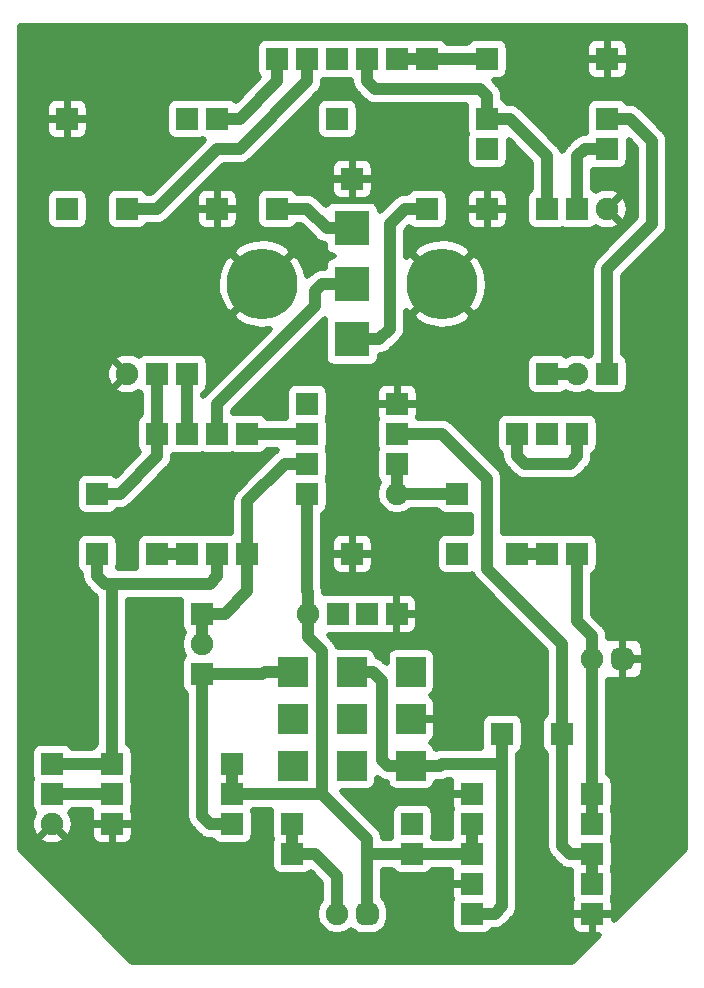
<source format=gbr>
G04 #@! TF.GenerationSoftware,KiCad,Pcbnew,5.1.6-c6e7f7d~87~ubuntu19.10.1*
G04 #@! TF.CreationDate,2022-01-09T05:59:06+06:00*
G04 #@! TF.ProjectId,__________________________r1a,4240353c-3e3b-43e5-9f41-3048385f3e33,1A*
G04 #@! TF.SameCoordinates,Original*
G04 #@! TF.FileFunction,Copper,L2,Bot*
G04 #@! TF.FilePolarity,Positive*
%FSLAX46Y46*%
G04 Gerber Fmt 4.6, Leading zero omitted, Abs format (unit mm)*
G04 Created by KiCad (PCBNEW 5.1.6-c6e7f7d~87~ubuntu19.10.1) date 2022-01-09 05:59:06*
%MOMM*%
%LPD*%
G01*
G04 APERTURE LIST*
G04 #@! TA.AperFunction,ComponentPad*
%ADD10R,2.500000X2.500000*%
G04 #@! TD*
G04 #@! TA.AperFunction,ComponentPad*
%ADD11C,6.000000*%
G04 #@! TD*
G04 #@! TA.AperFunction,ComponentPad*
%ADD12R,1.900000X1.900000*%
G04 #@! TD*
G04 #@! TA.AperFunction,ComponentPad*
%ADD13C,1.900000*%
G04 #@! TD*
G04 #@! TA.AperFunction,ComponentPad*
%ADD14R,3.000000X3.000000*%
G04 #@! TD*
G04 #@! TA.AperFunction,Conductor*
%ADD15C,1.000000*%
G04 #@! TD*
G04 #@! TA.AperFunction,Conductor*
%ADD16C,0.500000*%
G04 #@! TD*
G04 APERTURE END LIST*
D10*
X110410000Y-184150000D03*
X110410000Y-188150000D03*
X110410000Y-180150000D03*
X105410000Y-184150000D03*
X105410000Y-188150000D03*
X105410000Y-180150000D03*
X100410000Y-180150000D03*
X100410000Y-184150000D03*
X100410000Y-188150000D03*
D11*
X97790000Y-147320000D03*
X113030000Y-147320000D03*
D12*
X127000000Y-133350000D03*
X116840000Y-133350000D03*
X127000000Y-154940000D03*
D13*
X124460000Y-154940000D03*
D12*
X121920000Y-154940000D03*
X125730000Y-200660000D03*
X115570000Y-200660000D03*
D13*
X101660000Y-175260000D03*
D12*
X104160000Y-175260000D03*
X106660000Y-175260000D03*
X109160000Y-175260000D03*
X92710000Y-175260000D03*
D13*
X92710000Y-177800000D03*
D12*
X92710000Y-180340000D03*
X106680000Y-128270000D03*
X99060000Y-128270000D03*
X104140000Y-128270000D03*
X101600000Y-128270000D03*
X109220000Y-128270000D03*
X111760000Y-128270000D03*
D13*
X80010000Y-193040000D03*
D12*
X80010000Y-190500000D03*
X80010000Y-187960000D03*
D13*
X86360000Y-154940000D03*
D12*
X88900000Y-154940000D03*
X91440000Y-154940000D03*
D13*
X127000000Y-140970000D03*
D12*
X124460000Y-140970000D03*
X121920000Y-140970000D03*
X105410000Y-138430000D03*
D14*
X105410000Y-152020000D03*
X105410000Y-147320000D03*
X105410000Y-142620000D03*
D12*
X119380000Y-160020000D03*
X119380000Y-170180000D03*
X85090000Y-193040000D03*
X95250000Y-193040000D03*
X115570000Y-190500000D03*
X125730000Y-190500000D03*
X125730000Y-193040000D03*
X115570000Y-193040000D03*
X124460000Y-170180000D03*
X124460000Y-160020000D03*
X121920000Y-160020000D03*
X121920000Y-170180000D03*
D13*
X125730000Y-179070000D03*
G04 #@! TA.AperFunction,ComponentPad*
G36*
G01*
X127320000Y-179450000D02*
X127320000Y-178690000D01*
G75*
G02*
X127890000Y-178120000I570000J0D01*
G01*
X128650000Y-178120000D01*
G75*
G02*
X129220000Y-178690000I0J-570000D01*
G01*
X129220000Y-179450000D01*
G75*
G02*
X128650000Y-180020000I-570000J0D01*
G01*
X127890000Y-180020000D01*
G75*
G02*
X127320000Y-179450000I0J570000D01*
G01*
G37*
G04 #@! TD.AperFunction*
X104140000Y-200660000D03*
G04 #@! TA.AperFunction,ComponentPad*
G36*
G01*
X105730000Y-201040000D02*
X105730000Y-200280000D01*
G75*
G02*
X106300000Y-199710000I570000J0D01*
G01*
X107060000Y-199710000D01*
G75*
G02*
X107630000Y-200280000I0J-570000D01*
G01*
X107630000Y-201040000D01*
G75*
G02*
X107060000Y-201610000I-570000J0D01*
G01*
X106300000Y-201610000D01*
G75*
G02*
X105730000Y-201040000I0J570000D01*
G01*
G37*
G04 #@! TD.AperFunction*
D12*
X104140000Y-133350000D03*
X93980000Y-133350000D03*
X81280000Y-133350000D03*
X91440000Y-133350000D03*
X127000000Y-128270000D03*
X116840000Y-128270000D03*
X125730000Y-195580000D03*
X115570000Y-195580000D03*
X115570000Y-198120000D03*
X125730000Y-198120000D03*
X101600000Y-165100000D03*
X101600000Y-162560000D03*
X101600000Y-160020000D03*
X101600000Y-157480000D03*
X109220000Y-157480000D03*
X109220000Y-160020000D03*
X109220000Y-162560000D03*
D13*
X109220000Y-165100000D03*
D12*
X114300000Y-170180000D03*
X114300000Y-165100000D03*
X118110000Y-185420000D03*
X123190000Y-185420000D03*
X127000000Y-135890000D03*
X116840000Y-135890000D03*
X116840000Y-140970000D03*
X111760000Y-140970000D03*
X93980000Y-140970000D03*
X99060000Y-140970000D03*
X95250000Y-190500000D03*
X85090000Y-190500000D03*
X95250000Y-187960000D03*
X85090000Y-187960000D03*
X91440000Y-160020000D03*
X91440000Y-170180000D03*
X88900000Y-160020000D03*
X88900000Y-170180000D03*
X93980000Y-160020000D03*
X93980000Y-170180000D03*
X81280000Y-140970000D03*
X86360000Y-140970000D03*
X83820000Y-170180000D03*
X83820000Y-165100000D03*
X100330000Y-195580000D03*
X110490000Y-195580000D03*
X110490000Y-193040000D03*
X100330000Y-193040000D03*
X96520000Y-170180000D03*
X96520000Y-160020000D03*
X105410000Y-170180000D03*
D15*
X100330000Y-195580000D02*
X102235000Y-195580000D01*
X102235000Y-195580000D02*
X104140000Y-197485000D01*
X104140000Y-197485000D02*
X104140000Y-200660000D01*
X100330000Y-193040000D02*
X100330000Y-195580000D01*
X88900000Y-170180000D02*
X91440000Y-170180000D01*
X101600000Y-173355000D02*
X101600000Y-165100000D01*
X101660000Y-173415000D02*
X101600000Y-173355000D01*
X101660000Y-175260000D02*
X101660000Y-173415000D01*
X95250000Y-187960000D02*
X95250000Y-190500000D01*
X95250000Y-190500000D02*
X102870000Y-190500000D01*
X101660000Y-175260000D02*
X101660000Y-177225000D01*
X101660000Y-177225000D02*
X102870000Y-178435000D01*
X102870000Y-178435000D02*
X102870000Y-190500000D01*
X102870000Y-190500000D02*
X106680000Y-194310000D01*
X106680000Y-195580000D02*
X110490000Y-195580000D01*
X106680000Y-194310000D02*
X106680000Y-195580000D01*
X106680000Y-195580000D02*
X106680000Y-200660000D01*
X110490000Y-195580000D02*
X115570000Y-195580000D01*
X115570000Y-193040000D02*
X115570000Y-195580000D01*
X112840000Y-188150000D02*
X110410000Y-188150000D01*
X118110000Y-187960000D02*
X113030000Y-187960000D01*
X113030000Y-187960000D02*
X112840000Y-188150000D01*
X118110000Y-185420000D02*
X118110000Y-187960000D01*
X107125000Y-180150000D02*
X105410000Y-180150000D01*
X107950000Y-180975000D02*
X107125000Y-180150000D01*
X107950000Y-187642500D02*
X107950000Y-180975000D01*
X108457500Y-188150000D02*
X107950000Y-187642500D01*
X110410000Y-188150000D02*
X108457500Y-188150000D01*
X117475000Y-200660000D02*
X118110000Y-200025000D01*
X118110000Y-187960000D02*
X118110000Y-200025000D01*
X117475000Y-200660000D02*
X115570000Y-200660000D01*
X97980000Y-180150000D02*
X100410000Y-180150000D01*
X97790000Y-180340000D02*
X97980000Y-180150000D01*
X92710000Y-180340000D02*
X97790000Y-180340000D01*
X92710000Y-192405000D02*
X93345000Y-193040000D01*
X93345000Y-193040000D02*
X95250000Y-193040000D01*
X92710000Y-180340000D02*
X92710000Y-192405000D01*
X105410000Y-152020000D02*
X107695000Y-152020000D01*
X107695000Y-152020000D02*
X108585000Y-151130000D01*
X109855000Y-140970000D02*
X108585000Y-142240000D01*
X111760000Y-140970000D02*
X109855000Y-140970000D01*
X108585000Y-142240000D02*
X108585000Y-151130000D01*
X101600000Y-140970000D02*
X99060000Y-140970000D01*
X103250000Y-142620000D02*
X101600000Y-140970000D01*
X105410000Y-142620000D02*
X103250000Y-142620000D01*
X123190000Y-177800000D02*
X123190000Y-185420000D01*
X116840000Y-171450000D02*
X123190000Y-177800000D01*
X116840000Y-163830000D02*
X116840000Y-171450000D01*
X113030000Y-160020000D02*
X116840000Y-163830000D01*
X109220000Y-160020000D02*
X113030000Y-160020000D01*
X125730000Y-195580000D02*
X125730000Y-198120000D01*
X123190000Y-185420000D02*
X123190000Y-194945000D01*
X123190000Y-194945000D02*
X123825000Y-195580000D01*
X123825000Y-195580000D02*
X125730000Y-195580000D01*
X119380000Y-161925000D02*
X120015000Y-162560000D01*
X119380000Y-160020000D02*
X119380000Y-161925000D01*
X123825000Y-162560000D02*
X124460000Y-161925000D01*
X120015000Y-162560000D02*
X123825000Y-162560000D01*
X124460000Y-161925000D02*
X124460000Y-160020000D01*
X125730000Y-177165000D02*
X125730000Y-179070000D01*
X124460000Y-175895000D02*
X125730000Y-177165000D01*
X124460000Y-170180000D02*
X124460000Y-175895000D01*
X125730000Y-179070000D02*
X125730000Y-190500000D01*
X125730000Y-190500000D02*
X125730000Y-193040000D01*
X121920000Y-154940000D02*
X124460000Y-154940000D01*
X96520000Y-160020000D02*
X101600000Y-160020000D01*
X93980000Y-172085000D02*
X93980000Y-170180000D01*
X93345000Y-172720000D02*
X93980000Y-172085000D01*
X85090000Y-172720000D02*
X93345000Y-172720000D01*
X83820000Y-170180000D02*
X83820000Y-172085000D01*
X83820000Y-172085000D02*
X84455000Y-172720000D01*
X84455000Y-172720000D02*
X85090000Y-172720000D01*
X80010000Y-187960000D02*
X85090000Y-187960000D01*
X85090000Y-187960000D02*
X85090000Y-172720000D01*
X109220000Y-128270000D02*
X111760000Y-128270000D01*
X111760000Y-128270000D02*
X116840000Y-128270000D01*
X109220000Y-162560000D02*
X109220000Y-165100000D01*
X109220000Y-165100000D02*
X114300000Y-165100000D01*
X119380000Y-170180000D02*
X121920000Y-170180000D01*
X127000000Y-146050000D02*
X127000000Y-154940000D01*
X130810000Y-142240000D02*
X127000000Y-146050000D01*
X130810000Y-135255000D02*
X130810000Y-142240000D01*
X128905000Y-133350000D02*
X130810000Y-135255000D01*
X127000000Y-133350000D02*
X128905000Y-133350000D01*
X101600000Y-130175000D02*
X101600000Y-128270000D01*
X95885000Y-135890000D02*
X101600000Y-130175000D01*
X93980000Y-135890000D02*
X95885000Y-135890000D01*
X88900000Y-140970000D02*
X93980000Y-135890000D01*
X86360000Y-140970000D02*
X88900000Y-140970000D01*
X80010000Y-190500000D02*
X85090000Y-190500000D01*
X92710000Y-175260000D02*
X92710000Y-177800000D01*
X96520000Y-165735000D02*
X99695000Y-162560000D01*
X99695000Y-162560000D02*
X101600000Y-162560000D01*
X96520000Y-170180000D02*
X96520000Y-165735000D01*
X96520000Y-173355000D02*
X96520000Y-170180000D01*
X94615000Y-175260000D02*
X96520000Y-173355000D01*
X92710000Y-175260000D02*
X94615000Y-175260000D01*
X88900000Y-154940000D02*
X88900000Y-160020000D01*
X88900000Y-161925000D02*
X88900000Y-160020000D01*
X85725000Y-165100000D02*
X88900000Y-161925000D01*
X83820000Y-165100000D02*
X85725000Y-165100000D01*
X99060000Y-130175000D02*
X99060000Y-128270000D01*
X95885000Y-133350000D02*
X99060000Y-130175000D01*
X93980000Y-133350000D02*
X95885000Y-133350000D01*
X91440000Y-154940000D02*
X91440000Y-160020000D01*
X106680000Y-128270000D02*
X106680000Y-130175000D01*
X106680000Y-130175000D02*
X107315000Y-130810000D01*
X107315000Y-130810000D02*
X116205000Y-130810000D01*
X116205000Y-130810000D02*
X116840000Y-131445000D01*
X116840000Y-131445000D02*
X116840000Y-133350000D01*
X121920000Y-136525000D02*
X121920000Y-140970000D01*
X118745000Y-133350000D02*
X121920000Y-136525000D01*
X116840000Y-133350000D02*
X118745000Y-133350000D01*
X124460000Y-136525000D02*
X125095000Y-135890000D01*
X125095000Y-135890000D02*
X127000000Y-135890000D01*
X124460000Y-140970000D02*
X124460000Y-136525000D01*
X93980000Y-157480000D02*
X102235000Y-149225000D01*
X93980000Y-160020000D02*
X93980000Y-157480000D01*
X102235000Y-147955000D02*
X102235000Y-149225000D01*
X102870000Y-147320000D02*
X102235000Y-147955000D01*
X105410000Y-147320000D02*
X102870000Y-147320000D01*
D16*
G36*
X133570001Y-195145075D02*
G01*
X127531562Y-201183515D01*
X127530000Y-200922500D01*
X127317500Y-200710000D01*
X125780000Y-200710000D01*
X125780000Y-202247500D01*
X125992500Y-202460000D01*
X126253515Y-202461562D01*
X124025077Y-204690000D01*
X86794924Y-204690000D01*
X77250000Y-195145077D01*
X77250000Y-194203492D01*
X78917219Y-194203492D01*
X78987724Y-194532107D01*
X79298463Y-194702873D01*
X79636545Y-194809735D01*
X79988979Y-194848587D01*
X80342221Y-194817936D01*
X80682695Y-194718961D01*
X80997318Y-194555463D01*
X81032276Y-194532107D01*
X81102781Y-194203492D01*
X80010000Y-193110711D01*
X78917219Y-194203492D01*
X77250000Y-194203492D01*
X77250000Y-193018979D01*
X78201413Y-193018979D01*
X78232064Y-193372221D01*
X78331039Y-193712695D01*
X78494537Y-194027318D01*
X78517893Y-194062276D01*
X78846508Y-194132781D01*
X79939289Y-193040000D01*
X79925147Y-193025858D01*
X79995858Y-192955147D01*
X80010000Y-192969289D01*
X80024142Y-192955147D01*
X80094853Y-193025858D01*
X80080711Y-193040000D01*
X81173492Y-194132781D01*
X81502107Y-194062276D01*
X81541826Y-193990000D01*
X83285887Y-193990000D01*
X83302299Y-194156629D01*
X83350902Y-194316855D01*
X83429831Y-194464520D01*
X83536051Y-194593949D01*
X83665480Y-194700169D01*
X83813145Y-194779098D01*
X83973371Y-194827701D01*
X84140000Y-194844113D01*
X84827500Y-194840000D01*
X85040000Y-194627500D01*
X85040000Y-193090000D01*
X85140000Y-193090000D01*
X85140000Y-194627500D01*
X85352500Y-194840000D01*
X86040000Y-194844113D01*
X86206629Y-194827701D01*
X86366855Y-194779098D01*
X86514520Y-194700169D01*
X86643949Y-194593949D01*
X86750169Y-194464520D01*
X86829098Y-194316855D01*
X86877701Y-194156629D01*
X86894113Y-193990000D01*
X86890000Y-193302500D01*
X86677500Y-193090000D01*
X85140000Y-193090000D01*
X85040000Y-193090000D01*
X83502500Y-193090000D01*
X83290000Y-193302500D01*
X83285887Y-193990000D01*
X81541826Y-193990000D01*
X81672873Y-193751537D01*
X81779735Y-193413455D01*
X81818587Y-193061021D01*
X81787936Y-192707779D01*
X81688961Y-192367305D01*
X81537430Y-192075711D01*
X81563948Y-192053948D01*
X81670168Y-191924519D01*
X81710000Y-191850000D01*
X83324555Y-191850000D01*
X83302299Y-191923371D01*
X83285887Y-192090000D01*
X83290000Y-192777500D01*
X83502500Y-192990000D01*
X85040000Y-192990000D01*
X85040000Y-192970000D01*
X85140000Y-192970000D01*
X85140000Y-192990000D01*
X86677500Y-192990000D01*
X86890000Y-192777500D01*
X86894113Y-192090000D01*
X86877701Y-191923371D01*
X86831177Y-191769998D01*
X86877700Y-191616629D01*
X86894112Y-191450000D01*
X86894112Y-189550000D01*
X86877700Y-189383371D01*
X86831176Y-189230000D01*
X86877700Y-189076629D01*
X86894112Y-188910000D01*
X86894112Y-187010000D01*
X86877700Y-186843371D01*
X86829097Y-186683145D01*
X86750168Y-186535481D01*
X86643948Y-186406052D01*
X86514519Y-186299832D01*
X86440000Y-186260000D01*
X86440000Y-174070000D01*
X90944556Y-174070000D01*
X90922300Y-174143371D01*
X90905888Y-174310000D01*
X90905888Y-176210000D01*
X90922300Y-176376629D01*
X90970903Y-176536855D01*
X91049832Y-176684519D01*
X91156052Y-176813948D01*
X91187030Y-176839371D01*
X91114861Y-176947380D01*
X90979173Y-177274959D01*
X90910000Y-177622716D01*
X90910000Y-177977284D01*
X90979173Y-178325041D01*
X91114861Y-178652620D01*
X91187030Y-178760629D01*
X91156052Y-178786052D01*
X91049832Y-178915481D01*
X90970903Y-179063145D01*
X90922300Y-179223371D01*
X90905888Y-179390000D01*
X90905888Y-181290000D01*
X90922300Y-181456629D01*
X90970903Y-181616855D01*
X91049832Y-181764519D01*
X91156052Y-181893948D01*
X91285481Y-182000168D01*
X91360000Y-182040000D01*
X91360001Y-192338671D01*
X91353468Y-192405000D01*
X91379534Y-192669646D01*
X91456729Y-192924122D01*
X91582085Y-193158649D01*
X91708510Y-193312698D01*
X91708514Y-193312702D01*
X91750788Y-193364213D01*
X91802300Y-193406487D01*
X92343505Y-193947692D01*
X92385787Y-193999213D01*
X92591351Y-194167915D01*
X92635197Y-194191351D01*
X92825877Y-194293272D01*
X92881022Y-194310000D01*
X93080354Y-194370467D01*
X93278679Y-194390000D01*
X93278681Y-194390000D01*
X93345000Y-194396532D01*
X93411319Y-194390000D01*
X93550000Y-194390000D01*
X93589832Y-194464519D01*
X93696052Y-194593948D01*
X93825481Y-194700168D01*
X93973145Y-194779097D01*
X94133371Y-194827700D01*
X94300000Y-194844112D01*
X96200000Y-194844112D01*
X96366629Y-194827700D01*
X96526855Y-194779097D01*
X96674519Y-194700168D01*
X96803948Y-194593948D01*
X96910168Y-194464519D01*
X96989097Y-194316855D01*
X97037700Y-194156629D01*
X97054112Y-193990000D01*
X97054112Y-192090000D01*
X97037700Y-191923371D01*
X97015444Y-191850000D01*
X98564556Y-191850000D01*
X98542300Y-191923371D01*
X98525888Y-192090000D01*
X98525888Y-193990000D01*
X98542300Y-194156629D01*
X98588824Y-194310000D01*
X98542300Y-194463371D01*
X98525888Y-194630000D01*
X98525888Y-196530000D01*
X98542300Y-196696629D01*
X98590903Y-196856855D01*
X98669832Y-197004519D01*
X98776052Y-197133948D01*
X98905481Y-197240168D01*
X99053145Y-197319097D01*
X99213371Y-197367700D01*
X99380000Y-197384112D01*
X101280000Y-197384112D01*
X101446629Y-197367700D01*
X101606855Y-197319097D01*
X101754519Y-197240168D01*
X101881648Y-197135836D01*
X102790000Y-198044189D01*
X102790001Y-199464415D01*
X102741849Y-199512567D01*
X102544861Y-199807380D01*
X102409173Y-200134959D01*
X102340000Y-200482716D01*
X102340000Y-200837284D01*
X102409173Y-201185041D01*
X102544861Y-201512620D01*
X102741849Y-201807433D01*
X102992567Y-202058151D01*
X103287380Y-202255139D01*
X103614959Y-202390827D01*
X103962716Y-202460000D01*
X104317284Y-202460000D01*
X104665041Y-202390827D01*
X104992620Y-202255139D01*
X105287433Y-202058151D01*
X105296068Y-202049516D01*
X105508806Y-202224106D01*
X105755016Y-202355708D01*
X106022170Y-202436748D01*
X106300000Y-202464112D01*
X107060000Y-202464112D01*
X107337830Y-202436748D01*
X107604984Y-202355708D01*
X107851194Y-202224106D01*
X108066999Y-202046999D01*
X108244106Y-201831194D01*
X108375708Y-201584984D01*
X108456748Y-201317830D01*
X108484112Y-201040000D01*
X108484112Y-200280000D01*
X108456748Y-200002170D01*
X108375708Y-199735016D01*
X108244106Y-199488806D01*
X108066999Y-199273001D01*
X108030000Y-199242637D01*
X108030000Y-196930000D01*
X108790000Y-196930000D01*
X108829832Y-197004519D01*
X108936052Y-197133948D01*
X109065481Y-197240168D01*
X109213145Y-197319097D01*
X109373371Y-197367700D01*
X109540000Y-197384112D01*
X111440000Y-197384112D01*
X111606629Y-197367700D01*
X111766855Y-197319097D01*
X111914519Y-197240168D01*
X112043948Y-197133948D01*
X112150168Y-197004519D01*
X112190000Y-196930000D01*
X113804555Y-196930000D01*
X113782299Y-197003371D01*
X113765887Y-197170000D01*
X113770000Y-197857500D01*
X113982500Y-198070000D01*
X115520000Y-198070000D01*
X115520000Y-198050000D01*
X115620000Y-198050000D01*
X115620000Y-198070000D01*
X115640000Y-198070000D01*
X115640000Y-198170000D01*
X115620000Y-198170000D01*
X115620000Y-198190000D01*
X115520000Y-198190000D01*
X115520000Y-198170000D01*
X113982500Y-198170000D01*
X113770000Y-198382500D01*
X113765887Y-199070000D01*
X113782299Y-199236629D01*
X113828823Y-199390002D01*
X113782300Y-199543371D01*
X113765888Y-199710000D01*
X113765888Y-201610000D01*
X113782300Y-201776629D01*
X113830903Y-201936855D01*
X113909832Y-202084519D01*
X114016052Y-202213948D01*
X114145481Y-202320168D01*
X114293145Y-202399097D01*
X114453371Y-202447700D01*
X114620000Y-202464112D01*
X116520000Y-202464112D01*
X116686629Y-202447700D01*
X116846855Y-202399097D01*
X116994519Y-202320168D01*
X117123948Y-202213948D01*
X117230168Y-202084519D01*
X117270000Y-202010000D01*
X117408681Y-202010000D01*
X117475000Y-202016532D01*
X117541319Y-202010000D01*
X117541321Y-202010000D01*
X117739646Y-201990467D01*
X117994122Y-201913272D01*
X118228649Y-201787915D01*
X118434213Y-201619213D01*
X118441773Y-201610000D01*
X123925887Y-201610000D01*
X123942299Y-201776629D01*
X123990902Y-201936855D01*
X124069831Y-202084520D01*
X124176051Y-202213949D01*
X124305480Y-202320169D01*
X124453145Y-202399098D01*
X124613371Y-202447701D01*
X124780000Y-202464113D01*
X125467500Y-202460000D01*
X125680000Y-202247500D01*
X125680000Y-200710000D01*
X124142500Y-200710000D01*
X123930000Y-200922500D01*
X123925887Y-201610000D01*
X118441773Y-201610000D01*
X118476492Y-201567696D01*
X119017692Y-201026495D01*
X119069213Y-200984213D01*
X119237915Y-200778649D01*
X119328060Y-200610000D01*
X119363272Y-200544123D01*
X119381899Y-200482716D01*
X119440467Y-200289646D01*
X119460000Y-200091321D01*
X119460000Y-200091319D01*
X119466532Y-200025000D01*
X119460000Y-199958681D01*
X119460000Y-188026320D01*
X119466532Y-187960000D01*
X119460000Y-187893679D01*
X119460000Y-187120000D01*
X119534519Y-187080168D01*
X119663948Y-186973948D01*
X119770168Y-186844519D01*
X119849097Y-186696855D01*
X119897700Y-186536629D01*
X119914112Y-186370000D01*
X119914112Y-184470000D01*
X119897700Y-184303371D01*
X119849097Y-184143145D01*
X119770168Y-183995481D01*
X119663948Y-183866052D01*
X119534519Y-183759832D01*
X119386855Y-183680903D01*
X119226629Y-183632300D01*
X119060000Y-183615888D01*
X117160000Y-183615888D01*
X116993371Y-183632300D01*
X116833145Y-183680903D01*
X116685481Y-183759832D01*
X116556052Y-183866052D01*
X116449832Y-183995481D01*
X116370903Y-184143145D01*
X116322300Y-184303371D01*
X116305888Y-184470000D01*
X116305888Y-186370000D01*
X116322300Y-186536629D01*
X116344556Y-186610000D01*
X113096319Y-186610000D01*
X113030000Y-186603468D01*
X112963681Y-186610000D01*
X112963679Y-186610000D01*
X112765354Y-186629533D01*
X112510878Y-186706728D01*
X112492584Y-186716506D01*
X112449097Y-186573145D01*
X112370168Y-186425481D01*
X112263948Y-186296052D01*
X112134519Y-186189832D01*
X112060001Y-186150001D01*
X112134520Y-186110169D01*
X112263949Y-186003949D01*
X112370169Y-185874520D01*
X112449098Y-185726855D01*
X112497701Y-185566629D01*
X112514113Y-185400000D01*
X112510000Y-184412500D01*
X112297500Y-184200000D01*
X110460000Y-184200000D01*
X110460000Y-184220000D01*
X110360000Y-184220000D01*
X110360000Y-184200000D01*
X110340000Y-184200000D01*
X110340000Y-184100000D01*
X110360000Y-184100000D01*
X110360000Y-184080000D01*
X110460000Y-184080000D01*
X110460000Y-184100000D01*
X112297500Y-184100000D01*
X112510000Y-183887500D01*
X112514113Y-182900000D01*
X112497701Y-182733371D01*
X112449098Y-182573145D01*
X112370169Y-182425480D01*
X112263949Y-182296051D01*
X112134520Y-182189831D01*
X112060001Y-182149999D01*
X112134519Y-182110168D01*
X112263948Y-182003948D01*
X112370168Y-181874519D01*
X112449097Y-181726855D01*
X112497700Y-181566629D01*
X112514112Y-181400000D01*
X112514112Y-178900000D01*
X112497700Y-178733371D01*
X112449097Y-178573145D01*
X112370168Y-178425481D01*
X112263948Y-178296052D01*
X112134519Y-178189832D01*
X111986855Y-178110903D01*
X111826629Y-178062300D01*
X111660000Y-178045888D01*
X109160000Y-178045888D01*
X108993371Y-178062300D01*
X108833145Y-178110903D01*
X108685481Y-178189832D01*
X108556052Y-178296052D01*
X108449832Y-178425481D01*
X108370903Y-178573145D01*
X108322300Y-178733371D01*
X108305888Y-178900000D01*
X108305888Y-179421700D01*
X108126491Y-179242303D01*
X108084213Y-179190787D01*
X107878649Y-179022085D01*
X107644122Y-178896728D01*
X107509776Y-178855974D01*
X107497700Y-178733371D01*
X107449097Y-178573145D01*
X107370168Y-178425481D01*
X107263948Y-178296052D01*
X107134519Y-178189832D01*
X106986855Y-178110903D01*
X106826629Y-178062300D01*
X106660000Y-178045888D01*
X104162710Y-178045888D01*
X104123272Y-177915878D01*
X103997915Y-177681351D01*
X103949794Y-177622716D01*
X103871489Y-177527301D01*
X103871487Y-177527299D01*
X103829212Y-177475787D01*
X103777701Y-177433513D01*
X103408300Y-177064112D01*
X105110000Y-177064112D01*
X105276629Y-177047700D01*
X105410000Y-177007243D01*
X105543371Y-177047700D01*
X105710000Y-177064112D01*
X107610000Y-177064112D01*
X107776629Y-177047700D01*
X107909998Y-177007244D01*
X108043371Y-177047701D01*
X108210000Y-177064113D01*
X108897500Y-177060000D01*
X109110000Y-176847500D01*
X109110000Y-175310000D01*
X109210000Y-175310000D01*
X109210000Y-176847500D01*
X109422500Y-177060000D01*
X110110000Y-177064113D01*
X110276629Y-177047701D01*
X110436855Y-176999098D01*
X110584520Y-176920169D01*
X110713949Y-176813949D01*
X110820169Y-176684520D01*
X110899098Y-176536855D01*
X110947701Y-176376629D01*
X110964113Y-176210000D01*
X110960000Y-175522500D01*
X110747500Y-175310000D01*
X109210000Y-175310000D01*
X109110000Y-175310000D01*
X109090000Y-175310000D01*
X109090000Y-175210000D01*
X109110000Y-175210000D01*
X109110000Y-173672500D01*
X109210000Y-173672500D01*
X109210000Y-175210000D01*
X110747500Y-175210000D01*
X110960000Y-174997500D01*
X110964113Y-174310000D01*
X110947701Y-174143371D01*
X110899098Y-173983145D01*
X110820169Y-173835480D01*
X110713949Y-173706051D01*
X110584520Y-173599831D01*
X110436855Y-173520902D01*
X110276629Y-173472299D01*
X110110000Y-173455887D01*
X109422500Y-173460000D01*
X109210000Y-173672500D01*
X109110000Y-173672500D01*
X108897500Y-173460000D01*
X108210000Y-173455887D01*
X108043371Y-173472299D01*
X107909998Y-173512756D01*
X107776629Y-173472300D01*
X107610000Y-173455888D01*
X105710000Y-173455888D01*
X105543371Y-173472300D01*
X105410000Y-173512757D01*
X105276629Y-173472300D01*
X105110000Y-173455888D01*
X103210000Y-173455888D01*
X103043371Y-173472300D01*
X103010000Y-173482423D01*
X103010000Y-173481319D01*
X103016532Y-173415000D01*
X103008975Y-173338272D01*
X102990467Y-173150354D01*
X102950000Y-173016953D01*
X102950000Y-171130000D01*
X103605887Y-171130000D01*
X103622299Y-171296629D01*
X103670902Y-171456855D01*
X103749831Y-171604520D01*
X103856051Y-171733949D01*
X103985480Y-171840169D01*
X104133145Y-171919098D01*
X104293371Y-171967701D01*
X104460000Y-171984113D01*
X105147500Y-171980000D01*
X105360000Y-171767500D01*
X105360000Y-170230000D01*
X105460000Y-170230000D01*
X105460000Y-171767500D01*
X105672500Y-171980000D01*
X106360000Y-171984113D01*
X106526629Y-171967701D01*
X106686855Y-171919098D01*
X106834520Y-171840169D01*
X106963949Y-171733949D01*
X107070169Y-171604520D01*
X107149098Y-171456855D01*
X107197701Y-171296629D01*
X107214113Y-171130000D01*
X107210000Y-170442500D01*
X106997500Y-170230000D01*
X105460000Y-170230000D01*
X105360000Y-170230000D01*
X103822500Y-170230000D01*
X103610000Y-170442500D01*
X103605887Y-171130000D01*
X102950000Y-171130000D01*
X102950000Y-169230000D01*
X103605887Y-169230000D01*
X103610000Y-169917500D01*
X103822500Y-170130000D01*
X105360000Y-170130000D01*
X105360000Y-168592500D01*
X105460000Y-168592500D01*
X105460000Y-170130000D01*
X106997500Y-170130000D01*
X107210000Y-169917500D01*
X107214113Y-169230000D01*
X107197701Y-169063371D01*
X107149098Y-168903145D01*
X107070169Y-168755480D01*
X106963949Y-168626051D01*
X106834520Y-168519831D01*
X106686855Y-168440902D01*
X106526629Y-168392299D01*
X106360000Y-168375887D01*
X105672500Y-168380000D01*
X105460000Y-168592500D01*
X105360000Y-168592500D01*
X105147500Y-168380000D01*
X104460000Y-168375887D01*
X104293371Y-168392299D01*
X104133145Y-168440902D01*
X103985480Y-168519831D01*
X103856051Y-168626051D01*
X103749831Y-168755480D01*
X103670902Y-168903145D01*
X103622299Y-169063371D01*
X103605887Y-169230000D01*
X102950000Y-169230000D01*
X102950000Y-166800000D01*
X103024519Y-166760168D01*
X103153948Y-166653948D01*
X103260168Y-166524519D01*
X103339097Y-166376855D01*
X103387700Y-166216629D01*
X103404112Y-166050000D01*
X103404112Y-164150000D01*
X103387700Y-163983371D01*
X103341176Y-163830000D01*
X103387700Y-163676629D01*
X103404112Y-163510000D01*
X103404112Y-161610000D01*
X103387700Y-161443371D01*
X103341176Y-161290000D01*
X103387700Y-161136629D01*
X103404112Y-160970000D01*
X103404112Y-159070000D01*
X103387700Y-158903371D01*
X103341176Y-158750000D01*
X103387700Y-158596629D01*
X103404112Y-158430000D01*
X107415887Y-158430000D01*
X107432299Y-158596629D01*
X107478823Y-158750002D01*
X107432300Y-158903371D01*
X107415888Y-159070000D01*
X107415888Y-160970000D01*
X107432300Y-161136629D01*
X107478824Y-161290000D01*
X107432300Y-161443371D01*
X107415888Y-161610000D01*
X107415888Y-163510000D01*
X107432300Y-163676629D01*
X107480903Y-163836855D01*
X107559832Y-163984519D01*
X107666052Y-164113948D01*
X107697030Y-164139371D01*
X107624861Y-164247380D01*
X107489173Y-164574959D01*
X107420000Y-164922716D01*
X107420000Y-165277284D01*
X107489173Y-165625041D01*
X107624861Y-165952620D01*
X107821849Y-166247433D01*
X108072567Y-166498151D01*
X108367380Y-166695139D01*
X108694959Y-166830827D01*
X109042716Y-166900000D01*
X109397284Y-166900000D01*
X109745041Y-166830827D01*
X110072620Y-166695139D01*
X110367433Y-166498151D01*
X110415584Y-166450000D01*
X112600000Y-166450000D01*
X112639832Y-166524519D01*
X112746052Y-166653948D01*
X112875481Y-166760168D01*
X113023145Y-166839097D01*
X113183371Y-166887700D01*
X113350000Y-166904112D01*
X115250000Y-166904112D01*
X115416629Y-166887700D01*
X115490000Y-166865443D01*
X115490001Y-168414557D01*
X115416629Y-168392300D01*
X115250000Y-168375888D01*
X113350000Y-168375888D01*
X113183371Y-168392300D01*
X113023145Y-168440903D01*
X112875481Y-168519832D01*
X112746052Y-168626052D01*
X112639832Y-168755481D01*
X112560903Y-168903145D01*
X112512300Y-169063371D01*
X112495888Y-169230000D01*
X112495888Y-171130000D01*
X112512300Y-171296629D01*
X112560903Y-171456855D01*
X112639832Y-171604519D01*
X112746052Y-171733948D01*
X112875481Y-171840168D01*
X113023145Y-171919097D01*
X113183371Y-171967700D01*
X113350000Y-171984112D01*
X115250000Y-171984112D01*
X115416629Y-171967700D01*
X115572001Y-171920570D01*
X115586729Y-171969122D01*
X115712085Y-172203649D01*
X115838510Y-172357698D01*
X115838514Y-172357702D01*
X115880788Y-172409213D01*
X115932299Y-172451487D01*
X121840000Y-178359189D01*
X121840001Y-183720000D01*
X121765481Y-183759832D01*
X121636052Y-183866052D01*
X121529832Y-183995481D01*
X121450903Y-184143145D01*
X121402300Y-184303371D01*
X121385888Y-184470000D01*
X121385888Y-186370000D01*
X121402300Y-186536629D01*
X121450903Y-186696855D01*
X121529832Y-186844519D01*
X121636052Y-186973948D01*
X121765481Y-187080168D01*
X121840000Y-187120000D01*
X121840001Y-194878671D01*
X121833468Y-194945000D01*
X121859534Y-195209646D01*
X121936729Y-195464122D01*
X122062085Y-195698649D01*
X122188510Y-195852698D01*
X122188514Y-195852702D01*
X122230788Y-195904213D01*
X122282300Y-195946487D01*
X122823505Y-196487692D01*
X122865787Y-196539213D01*
X123071351Y-196707915D01*
X123115197Y-196731351D01*
X123305877Y-196833272D01*
X123365105Y-196851239D01*
X123560354Y-196910467D01*
X123758679Y-196930000D01*
X123758681Y-196930000D01*
X123825000Y-196936532D01*
X123891319Y-196930000D01*
X123964556Y-196930000D01*
X123942300Y-197003371D01*
X123925888Y-197170000D01*
X123925888Y-199070000D01*
X123942300Y-199236629D01*
X123988823Y-199389998D01*
X123942299Y-199543371D01*
X123925887Y-199710000D01*
X123930000Y-200397500D01*
X124142500Y-200610000D01*
X125680000Y-200610000D01*
X125680000Y-200590000D01*
X125780000Y-200590000D01*
X125780000Y-200610000D01*
X127317500Y-200610000D01*
X127530000Y-200397500D01*
X127534113Y-199710000D01*
X127517701Y-199543371D01*
X127471177Y-199389998D01*
X127517700Y-199236629D01*
X127534112Y-199070000D01*
X127534112Y-197170000D01*
X127517700Y-197003371D01*
X127471176Y-196850000D01*
X127517700Y-196696629D01*
X127534112Y-196530000D01*
X127534112Y-194630000D01*
X127517700Y-194463371D01*
X127471176Y-194310000D01*
X127517700Y-194156629D01*
X127534112Y-193990000D01*
X127534112Y-192090000D01*
X127517700Y-191923371D01*
X127471176Y-191770000D01*
X127517700Y-191616629D01*
X127534112Y-191450000D01*
X127534112Y-189550000D01*
X127517700Y-189383371D01*
X127469097Y-189223145D01*
X127390168Y-189075481D01*
X127283948Y-188946052D01*
X127154519Y-188839832D01*
X127080000Y-188800000D01*
X127080000Y-180835445D01*
X127153371Y-180857701D01*
X127320000Y-180874113D01*
X128007500Y-180870000D01*
X128220000Y-180657500D01*
X128220000Y-179120000D01*
X128320000Y-179120000D01*
X128320000Y-180657500D01*
X128532500Y-180870000D01*
X129220000Y-180874113D01*
X129386629Y-180857701D01*
X129546855Y-180809098D01*
X129694520Y-180730169D01*
X129823949Y-180623949D01*
X129930169Y-180494520D01*
X130009098Y-180346855D01*
X130057701Y-180186629D01*
X130074113Y-180020000D01*
X130070000Y-179332500D01*
X129857500Y-179120000D01*
X128320000Y-179120000D01*
X128220000Y-179120000D01*
X128200000Y-179120000D01*
X128200000Y-179020000D01*
X128220000Y-179020000D01*
X128220000Y-177482500D01*
X128320000Y-177482500D01*
X128320000Y-179020000D01*
X129857500Y-179020000D01*
X130070000Y-178807500D01*
X130074113Y-178120000D01*
X130057701Y-177953371D01*
X130009098Y-177793145D01*
X129930169Y-177645480D01*
X129823949Y-177516051D01*
X129694520Y-177409831D01*
X129546855Y-177330902D01*
X129386629Y-177282299D01*
X129220000Y-177265887D01*
X128532500Y-177270000D01*
X128320000Y-177482500D01*
X128220000Y-177482500D01*
X128007500Y-177270000D01*
X127320000Y-177265887D01*
X127153371Y-177282299D01*
X127080000Y-177304555D01*
X127080000Y-177231310D01*
X127086531Y-177164999D01*
X127080000Y-177098688D01*
X127080000Y-177098679D01*
X127060467Y-176900354D01*
X126983272Y-176645878D01*
X126875082Y-176443468D01*
X126857915Y-176411350D01*
X126731490Y-176257301D01*
X126731483Y-176257294D01*
X126689212Y-176205787D01*
X126637706Y-176163517D01*
X125810000Y-175335812D01*
X125810000Y-171880000D01*
X125884519Y-171840168D01*
X126013948Y-171733948D01*
X126120168Y-171604519D01*
X126199097Y-171456855D01*
X126247700Y-171296629D01*
X126264112Y-171130000D01*
X126264112Y-169230000D01*
X126247700Y-169063371D01*
X126199097Y-168903145D01*
X126120168Y-168755481D01*
X126013948Y-168626052D01*
X125884519Y-168519832D01*
X125736855Y-168440903D01*
X125576629Y-168392300D01*
X125410000Y-168375888D01*
X123510000Y-168375888D01*
X123343371Y-168392300D01*
X123190000Y-168438824D01*
X123036629Y-168392300D01*
X122870000Y-168375888D01*
X120970000Y-168375888D01*
X120803371Y-168392300D01*
X120650000Y-168438824D01*
X120496629Y-168392300D01*
X120330000Y-168375888D01*
X118430000Y-168375888D01*
X118263371Y-168392300D01*
X118190000Y-168414556D01*
X118190000Y-163896319D01*
X118196532Y-163830000D01*
X118190000Y-163763679D01*
X118170467Y-163565354D01*
X118094113Y-163313649D01*
X118093272Y-163310877D01*
X117967915Y-163076350D01*
X117841490Y-162922302D01*
X117841487Y-162922299D01*
X117799212Y-162870787D01*
X117747701Y-162828513D01*
X114031491Y-159112303D01*
X113996774Y-159070000D01*
X117575888Y-159070000D01*
X117575888Y-160970000D01*
X117592300Y-161136629D01*
X117640903Y-161296855D01*
X117719832Y-161444519D01*
X117826052Y-161573948D01*
X117955481Y-161680168D01*
X118030001Y-161720000D01*
X118030001Y-161858672D01*
X118023468Y-161925000D01*
X118049534Y-162189646D01*
X118126729Y-162444122D01*
X118252085Y-162678649D01*
X118378510Y-162832698D01*
X118378514Y-162832702D01*
X118420788Y-162884213D01*
X118472300Y-162926487D01*
X119013505Y-163467692D01*
X119055787Y-163519213D01*
X119261351Y-163687915D01*
X119365284Y-163743468D01*
X119495877Y-163813272D01*
X119551022Y-163830000D01*
X119750354Y-163890467D01*
X119948679Y-163910000D01*
X119948681Y-163910000D01*
X120015000Y-163916532D01*
X120081319Y-163910000D01*
X123758681Y-163910000D01*
X123825000Y-163916532D01*
X123891319Y-163910000D01*
X123891321Y-163910000D01*
X124089646Y-163890467D01*
X124344122Y-163813272D01*
X124578649Y-163687915D01*
X124784213Y-163519213D01*
X124826492Y-163467696D01*
X125367696Y-162926491D01*
X125419212Y-162884213D01*
X125587915Y-162678649D01*
X125651334Y-162560000D01*
X125713272Y-162444123D01*
X125758400Y-162295355D01*
X125790467Y-162189646D01*
X125810000Y-161991321D01*
X125810000Y-161991319D01*
X125816532Y-161925000D01*
X125810000Y-161858681D01*
X125810000Y-161720000D01*
X125884519Y-161680168D01*
X126013948Y-161573948D01*
X126120168Y-161444519D01*
X126199097Y-161296855D01*
X126247700Y-161136629D01*
X126264112Y-160970000D01*
X126264112Y-159070000D01*
X126247700Y-158903371D01*
X126199097Y-158743145D01*
X126120168Y-158595481D01*
X126013948Y-158466052D01*
X125884519Y-158359832D01*
X125736855Y-158280903D01*
X125576629Y-158232300D01*
X125410000Y-158215888D01*
X123510000Y-158215888D01*
X123343371Y-158232300D01*
X123190000Y-158278824D01*
X123036629Y-158232300D01*
X122870000Y-158215888D01*
X120970000Y-158215888D01*
X120803371Y-158232300D01*
X120650000Y-158278824D01*
X120496629Y-158232300D01*
X120330000Y-158215888D01*
X118430000Y-158215888D01*
X118263371Y-158232300D01*
X118103145Y-158280903D01*
X117955481Y-158359832D01*
X117826052Y-158466052D01*
X117719832Y-158595481D01*
X117640903Y-158743145D01*
X117592300Y-158903371D01*
X117575888Y-159070000D01*
X113996774Y-159070000D01*
X113989213Y-159060787D01*
X113783649Y-158892085D01*
X113549122Y-158766728D01*
X113294646Y-158689533D01*
X113096321Y-158670000D01*
X113096319Y-158670000D01*
X113030000Y-158663468D01*
X112963681Y-158670000D01*
X110985445Y-158670000D01*
X111007701Y-158596629D01*
X111024113Y-158430000D01*
X111020000Y-157742500D01*
X110807500Y-157530000D01*
X109270000Y-157530000D01*
X109270000Y-157550000D01*
X109170000Y-157550000D01*
X109170000Y-157530000D01*
X107632500Y-157530000D01*
X107420000Y-157742500D01*
X107415887Y-158430000D01*
X103404112Y-158430000D01*
X103404112Y-156530000D01*
X107415887Y-156530000D01*
X107420000Y-157217500D01*
X107632500Y-157430000D01*
X109170000Y-157430000D01*
X109170000Y-155892500D01*
X109270000Y-155892500D01*
X109270000Y-157430000D01*
X110807500Y-157430000D01*
X111020000Y-157217500D01*
X111024113Y-156530000D01*
X111007701Y-156363371D01*
X110959098Y-156203145D01*
X110880169Y-156055480D01*
X110773949Y-155926051D01*
X110644520Y-155819831D01*
X110496855Y-155740902D01*
X110336629Y-155692299D01*
X110170000Y-155675887D01*
X109482500Y-155680000D01*
X109270000Y-155892500D01*
X109170000Y-155892500D01*
X108957500Y-155680000D01*
X108270000Y-155675887D01*
X108103371Y-155692299D01*
X107943145Y-155740902D01*
X107795480Y-155819831D01*
X107666051Y-155926051D01*
X107559831Y-156055480D01*
X107480902Y-156203145D01*
X107432299Y-156363371D01*
X107415887Y-156530000D01*
X103404112Y-156530000D01*
X103387700Y-156363371D01*
X103339097Y-156203145D01*
X103260168Y-156055481D01*
X103153948Y-155926052D01*
X103024519Y-155819832D01*
X102876855Y-155740903D01*
X102716629Y-155692300D01*
X102550000Y-155675888D01*
X100650000Y-155675888D01*
X100483371Y-155692300D01*
X100323145Y-155740903D01*
X100175481Y-155819832D01*
X100046052Y-155926052D01*
X99939832Y-156055481D01*
X99860903Y-156203145D01*
X99812300Y-156363371D01*
X99795888Y-156530000D01*
X99795888Y-158430000D01*
X99812300Y-158596629D01*
X99834556Y-158670000D01*
X98220000Y-158670000D01*
X98180168Y-158595481D01*
X98073948Y-158466052D01*
X97944519Y-158359832D01*
X97796855Y-158280903D01*
X97636629Y-158232300D01*
X97470000Y-158215888D01*
X95570000Y-158215888D01*
X95403371Y-158232300D01*
X95330000Y-158254556D01*
X95330000Y-158039188D01*
X103096893Y-150272296D01*
X103072300Y-150353371D01*
X103055888Y-150520000D01*
X103055888Y-153520000D01*
X103072300Y-153686629D01*
X103120903Y-153846855D01*
X103199832Y-153994519D01*
X103306052Y-154123948D01*
X103435481Y-154230168D01*
X103583145Y-154309097D01*
X103743371Y-154357700D01*
X103910000Y-154374112D01*
X106910000Y-154374112D01*
X107076629Y-154357700D01*
X107236855Y-154309097D01*
X107384519Y-154230168D01*
X107513948Y-154123948D01*
X107620168Y-153994519D01*
X107699097Y-153846855D01*
X107747700Y-153686629D01*
X107764112Y-153520000D01*
X107764112Y-153369725D01*
X107959646Y-153350467D01*
X108214122Y-153273272D01*
X108448649Y-153147915D01*
X108654213Y-152979213D01*
X108696491Y-152927697D01*
X109492697Y-152131491D01*
X109544213Y-152089213D01*
X109617275Y-152000187D01*
X109712915Y-151883650D01*
X109838271Y-151649123D01*
X109838272Y-151649122D01*
X109915467Y-151394646D01*
X109935000Y-151196321D01*
X109935000Y-151196312D01*
X109941531Y-151130001D01*
X109935000Y-151063690D01*
X109935000Y-149940387D01*
X110480324Y-149940387D01*
X110796718Y-150478915D01*
X111455903Y-150853908D01*
X112175580Y-151093096D01*
X112928092Y-151187286D01*
X113684521Y-151132858D01*
X114415796Y-150931905D01*
X115093816Y-150592148D01*
X115263282Y-150478915D01*
X115579676Y-149940387D01*
X113030000Y-147390711D01*
X110480324Y-149940387D01*
X109935000Y-149940387D01*
X109935000Y-149590833D01*
X110409613Y-149869676D01*
X112959289Y-147320000D01*
X113100711Y-147320000D01*
X115650387Y-149869676D01*
X116188915Y-149553282D01*
X116563908Y-148894097D01*
X116803096Y-148174420D01*
X116897286Y-147421908D01*
X116842858Y-146665479D01*
X116641905Y-145934204D01*
X116302148Y-145256184D01*
X116188915Y-145086718D01*
X115650387Y-144770324D01*
X113100711Y-147320000D01*
X112959289Y-147320000D01*
X110409613Y-144770324D01*
X109935000Y-145049167D01*
X109935000Y-144699613D01*
X110480324Y-144699613D01*
X113030000Y-147249289D01*
X115579676Y-144699613D01*
X115263282Y-144161085D01*
X114604097Y-143786092D01*
X113884420Y-143546904D01*
X113131908Y-143452714D01*
X112375479Y-143507142D01*
X111644204Y-143708095D01*
X110966184Y-144047852D01*
X110796718Y-144161085D01*
X110480324Y-144699613D01*
X109935000Y-144699613D01*
X109935000Y-142799188D01*
X110208353Y-142525836D01*
X110335481Y-142630168D01*
X110483145Y-142709097D01*
X110643371Y-142757700D01*
X110810000Y-142774112D01*
X112710000Y-142774112D01*
X112876629Y-142757700D01*
X113036855Y-142709097D01*
X113184519Y-142630168D01*
X113313948Y-142523948D01*
X113420168Y-142394519D01*
X113499097Y-142246855D01*
X113547700Y-142086629D01*
X113564112Y-141920000D01*
X115035887Y-141920000D01*
X115052299Y-142086629D01*
X115100902Y-142246855D01*
X115179831Y-142394520D01*
X115286051Y-142523949D01*
X115415480Y-142630169D01*
X115563145Y-142709098D01*
X115723371Y-142757701D01*
X115890000Y-142774113D01*
X116577500Y-142770000D01*
X116790000Y-142557500D01*
X116790000Y-141020000D01*
X116890000Y-141020000D01*
X116890000Y-142557500D01*
X117102500Y-142770000D01*
X117790000Y-142774113D01*
X117956629Y-142757701D01*
X118116855Y-142709098D01*
X118264520Y-142630169D01*
X118393949Y-142523949D01*
X118500169Y-142394520D01*
X118579098Y-142246855D01*
X118627701Y-142086629D01*
X118644113Y-141920000D01*
X118640000Y-141232500D01*
X118427500Y-141020000D01*
X116890000Y-141020000D01*
X116790000Y-141020000D01*
X115252500Y-141020000D01*
X115040000Y-141232500D01*
X115035887Y-141920000D01*
X113564112Y-141920000D01*
X113564112Y-140020000D01*
X115035887Y-140020000D01*
X115040000Y-140707500D01*
X115252500Y-140920000D01*
X116790000Y-140920000D01*
X116790000Y-139382500D01*
X116890000Y-139382500D01*
X116890000Y-140920000D01*
X118427500Y-140920000D01*
X118640000Y-140707500D01*
X118644113Y-140020000D01*
X118627701Y-139853371D01*
X118579098Y-139693145D01*
X118500169Y-139545480D01*
X118393949Y-139416051D01*
X118264520Y-139309831D01*
X118116855Y-139230902D01*
X117956629Y-139182299D01*
X117790000Y-139165887D01*
X117102500Y-139170000D01*
X116890000Y-139382500D01*
X116790000Y-139382500D01*
X116577500Y-139170000D01*
X115890000Y-139165887D01*
X115723371Y-139182299D01*
X115563145Y-139230902D01*
X115415480Y-139309831D01*
X115286051Y-139416051D01*
X115179831Y-139545480D01*
X115100902Y-139693145D01*
X115052299Y-139853371D01*
X115035887Y-140020000D01*
X113564112Y-140020000D01*
X113547700Y-139853371D01*
X113499097Y-139693145D01*
X113420168Y-139545481D01*
X113313948Y-139416052D01*
X113184519Y-139309832D01*
X113036855Y-139230903D01*
X112876629Y-139182300D01*
X112710000Y-139165888D01*
X110810000Y-139165888D01*
X110643371Y-139182300D01*
X110483145Y-139230903D01*
X110335481Y-139309832D01*
X110206052Y-139416052D01*
X110099832Y-139545481D01*
X110060000Y-139620000D01*
X109921310Y-139620000D01*
X109854999Y-139613469D01*
X109788688Y-139620000D01*
X109788679Y-139620000D01*
X109590354Y-139639533D01*
X109335878Y-139716728D01*
X109226707Y-139775081D01*
X109101350Y-139842085D01*
X108947301Y-139968510D01*
X108947298Y-139968513D01*
X108895787Y-140010787D01*
X108853513Y-140062298D01*
X107764112Y-141151700D01*
X107764112Y-141120000D01*
X107747700Y-140953371D01*
X107699097Y-140793145D01*
X107620168Y-140645481D01*
X107513948Y-140516052D01*
X107384519Y-140409832D01*
X107236855Y-140330903D01*
X107076629Y-140282300D01*
X106910000Y-140265888D01*
X103910000Y-140265888D01*
X103743371Y-140282300D01*
X103583145Y-140330903D01*
X103435481Y-140409832D01*
X103306052Y-140516052D01*
X103199832Y-140645481D01*
X103194550Y-140655362D01*
X102601490Y-140062302D01*
X102559213Y-140010787D01*
X102353649Y-139842085D01*
X102119122Y-139716728D01*
X101864646Y-139639533D01*
X101666321Y-139620000D01*
X101666319Y-139620000D01*
X101600000Y-139613468D01*
X101533681Y-139620000D01*
X100760000Y-139620000D01*
X100720168Y-139545481D01*
X100613948Y-139416052D01*
X100570019Y-139380000D01*
X103605887Y-139380000D01*
X103622299Y-139546629D01*
X103670902Y-139706855D01*
X103749831Y-139854520D01*
X103856051Y-139983949D01*
X103985480Y-140090169D01*
X104133145Y-140169098D01*
X104293371Y-140217701D01*
X104460000Y-140234113D01*
X105147500Y-140230000D01*
X105360000Y-140017500D01*
X105360000Y-138480000D01*
X105460000Y-138480000D01*
X105460000Y-140017500D01*
X105672500Y-140230000D01*
X106360000Y-140234113D01*
X106526629Y-140217701D01*
X106686855Y-140169098D01*
X106834520Y-140090169D01*
X106963949Y-139983949D01*
X107070169Y-139854520D01*
X107149098Y-139706855D01*
X107197701Y-139546629D01*
X107214113Y-139380000D01*
X107210000Y-138692500D01*
X106997500Y-138480000D01*
X105460000Y-138480000D01*
X105360000Y-138480000D01*
X103822500Y-138480000D01*
X103610000Y-138692500D01*
X103605887Y-139380000D01*
X100570019Y-139380000D01*
X100484519Y-139309832D01*
X100336855Y-139230903D01*
X100176629Y-139182300D01*
X100010000Y-139165888D01*
X98110000Y-139165888D01*
X97943371Y-139182300D01*
X97783145Y-139230903D01*
X97635481Y-139309832D01*
X97506052Y-139416052D01*
X97399832Y-139545481D01*
X97320903Y-139693145D01*
X97272300Y-139853371D01*
X97255888Y-140020000D01*
X97255888Y-141920000D01*
X97272300Y-142086629D01*
X97320903Y-142246855D01*
X97399832Y-142394519D01*
X97506052Y-142523948D01*
X97635481Y-142630168D01*
X97783145Y-142709097D01*
X97943371Y-142757700D01*
X98110000Y-142774112D01*
X100010000Y-142774112D01*
X100176629Y-142757700D01*
X100336855Y-142709097D01*
X100484519Y-142630168D01*
X100613948Y-142523948D01*
X100720168Y-142394519D01*
X100760000Y-142320000D01*
X101040812Y-142320000D01*
X102248509Y-143527697D01*
X102290787Y-143579213D01*
X102496351Y-143747915D01*
X102730878Y-143873272D01*
X102985354Y-143950467D01*
X103055888Y-143957414D01*
X103055888Y-144120000D01*
X103072300Y-144286629D01*
X103120903Y-144446855D01*
X103199832Y-144594519D01*
X103306052Y-144723948D01*
X103435481Y-144830168D01*
X103583145Y-144909097D01*
X103743371Y-144957700D01*
X103868251Y-144970000D01*
X103743371Y-144982300D01*
X103583145Y-145030903D01*
X103435481Y-145109832D01*
X103306052Y-145216052D01*
X103199832Y-145345481D01*
X103120903Y-145493145D01*
X103072300Y-145653371D01*
X103055888Y-145820000D01*
X103055888Y-145970000D01*
X102936319Y-145970000D01*
X102870000Y-145963468D01*
X102803681Y-145970000D01*
X102803679Y-145970000D01*
X102605354Y-145989533D01*
X102410105Y-146048761D01*
X102350877Y-146066728D01*
X102233615Y-146129406D01*
X102116351Y-146192085D01*
X101910787Y-146360787D01*
X101868505Y-146412308D01*
X101603695Y-146677117D01*
X101602858Y-146665479D01*
X101401905Y-145934204D01*
X101062148Y-145256184D01*
X100948915Y-145086718D01*
X100410387Y-144770324D01*
X97860711Y-147320000D01*
X97874853Y-147334142D01*
X97804142Y-147404853D01*
X97790000Y-147390711D01*
X95240324Y-149940387D01*
X95556718Y-150478915D01*
X96215903Y-150853908D01*
X96935580Y-151093096D01*
X97688092Y-151187286D01*
X98415893Y-151134918D01*
X93072299Y-156478513D01*
X93020788Y-156520787D01*
X92978514Y-156572298D01*
X92978510Y-156572302D01*
X92852085Y-156726351D01*
X92790000Y-156842505D01*
X92790000Y-156640000D01*
X92864519Y-156600168D01*
X92993948Y-156493948D01*
X93100168Y-156364519D01*
X93179097Y-156216855D01*
X93227700Y-156056629D01*
X93244112Y-155890000D01*
X93244112Y-153990000D01*
X93227700Y-153823371D01*
X93179097Y-153663145D01*
X93100168Y-153515481D01*
X92993948Y-153386052D01*
X92864519Y-153279832D01*
X92716855Y-153200903D01*
X92556629Y-153152300D01*
X92390000Y-153135888D01*
X90490000Y-153135888D01*
X90323371Y-153152300D01*
X90170000Y-153198824D01*
X90016629Y-153152300D01*
X89850000Y-153135888D01*
X87950000Y-153135888D01*
X87783371Y-153152300D01*
X87623145Y-153200903D01*
X87475481Y-153279832D01*
X87346052Y-153386052D01*
X87322334Y-153414952D01*
X87071537Y-153277127D01*
X86733455Y-153170265D01*
X86381021Y-153131413D01*
X86027779Y-153162064D01*
X85687305Y-153261039D01*
X85372682Y-153424537D01*
X85337724Y-153447893D01*
X85267219Y-153776508D01*
X86360000Y-154869289D01*
X86374142Y-154855147D01*
X86444853Y-154925858D01*
X86430711Y-154940000D01*
X86444853Y-154954142D01*
X86374142Y-155024853D01*
X86360000Y-155010711D01*
X85267219Y-156103492D01*
X85337724Y-156432107D01*
X85648463Y-156602873D01*
X85986545Y-156709735D01*
X86338979Y-156748587D01*
X86692221Y-156717936D01*
X87032695Y-156618961D01*
X87324289Y-156467430D01*
X87346052Y-156493948D01*
X87475481Y-156600168D01*
X87550000Y-156640000D01*
X87550001Y-158320000D01*
X87475481Y-158359832D01*
X87346052Y-158466052D01*
X87239832Y-158595481D01*
X87160903Y-158743145D01*
X87112300Y-158903371D01*
X87095888Y-159070000D01*
X87095888Y-160970000D01*
X87112300Y-161136629D01*
X87160903Y-161296855D01*
X87239832Y-161444519D01*
X87344164Y-161571647D01*
X85371648Y-163544164D01*
X85244519Y-163439832D01*
X85096855Y-163360903D01*
X84936629Y-163312300D01*
X84770000Y-163295888D01*
X82870000Y-163295888D01*
X82703371Y-163312300D01*
X82543145Y-163360903D01*
X82395481Y-163439832D01*
X82266052Y-163546052D01*
X82159832Y-163675481D01*
X82080903Y-163823145D01*
X82032300Y-163983371D01*
X82015888Y-164150000D01*
X82015888Y-166050000D01*
X82032300Y-166216629D01*
X82080903Y-166376855D01*
X82159832Y-166524519D01*
X82266052Y-166653948D01*
X82395481Y-166760168D01*
X82543145Y-166839097D01*
X82703371Y-166887700D01*
X82870000Y-166904112D01*
X84770000Y-166904112D01*
X84936629Y-166887700D01*
X85096855Y-166839097D01*
X85244519Y-166760168D01*
X85373948Y-166653948D01*
X85480168Y-166524519D01*
X85520000Y-166450000D01*
X85658681Y-166450000D01*
X85725000Y-166456532D01*
X85791319Y-166450000D01*
X85791321Y-166450000D01*
X85989646Y-166430467D01*
X86244122Y-166353272D01*
X86478649Y-166227915D01*
X86684213Y-166059213D01*
X86726491Y-166007697D01*
X89807707Y-162926482D01*
X89859212Y-162884213D01*
X89901483Y-162832706D01*
X89901490Y-162832699D01*
X90027915Y-162678650D01*
X90153271Y-162444123D01*
X90153272Y-162444122D01*
X90230467Y-162189646D01*
X90250000Y-161991321D01*
X90250000Y-161991312D01*
X90256531Y-161925001D01*
X90250000Y-161858690D01*
X90250000Y-161785444D01*
X90323371Y-161807700D01*
X90490000Y-161824112D01*
X92390000Y-161824112D01*
X92556629Y-161807700D01*
X92710000Y-161761176D01*
X92863371Y-161807700D01*
X93030000Y-161824112D01*
X94930000Y-161824112D01*
X95096629Y-161807700D01*
X95250000Y-161761176D01*
X95403371Y-161807700D01*
X95570000Y-161824112D01*
X97470000Y-161824112D01*
X97636629Y-161807700D01*
X97796855Y-161759097D01*
X97944519Y-161680168D01*
X98073948Y-161573948D01*
X98180168Y-161444519D01*
X98220000Y-161370000D01*
X99057504Y-161370000D01*
X98941350Y-161432085D01*
X98787301Y-161558510D01*
X98787298Y-161558513D01*
X98735787Y-161600787D01*
X98693513Y-161652298D01*
X95612299Y-164733513D01*
X95560788Y-164775787D01*
X95518514Y-164827298D01*
X95518510Y-164827302D01*
X95392085Y-164981351D01*
X95266729Y-165215878D01*
X95189534Y-165470354D01*
X95163468Y-165735000D01*
X95170001Y-165801329D01*
X95170000Y-168414557D01*
X95096629Y-168392300D01*
X94930000Y-168375888D01*
X93030000Y-168375888D01*
X92863371Y-168392300D01*
X92710000Y-168438824D01*
X92556629Y-168392300D01*
X92390000Y-168375888D01*
X90490000Y-168375888D01*
X90323371Y-168392300D01*
X90170000Y-168438824D01*
X90016629Y-168392300D01*
X89850000Y-168375888D01*
X87950000Y-168375888D01*
X87783371Y-168392300D01*
X87623145Y-168440903D01*
X87475481Y-168519832D01*
X87346052Y-168626052D01*
X87239832Y-168755481D01*
X87160903Y-168903145D01*
X87112300Y-169063371D01*
X87095888Y-169230000D01*
X87095888Y-171130000D01*
X87112300Y-171296629D01*
X87134556Y-171370000D01*
X85585444Y-171370000D01*
X85607700Y-171296629D01*
X85624112Y-171130000D01*
X85624112Y-169230000D01*
X85607700Y-169063371D01*
X85559097Y-168903145D01*
X85480168Y-168755481D01*
X85373948Y-168626052D01*
X85244519Y-168519832D01*
X85096855Y-168440903D01*
X84936629Y-168392300D01*
X84770000Y-168375888D01*
X82870000Y-168375888D01*
X82703371Y-168392300D01*
X82543145Y-168440903D01*
X82395481Y-168519832D01*
X82266052Y-168626052D01*
X82159832Y-168755481D01*
X82080903Y-168903145D01*
X82032300Y-169063371D01*
X82015888Y-169230000D01*
X82015888Y-171130000D01*
X82032300Y-171296629D01*
X82080903Y-171456855D01*
X82159832Y-171604519D01*
X82266052Y-171733948D01*
X82395481Y-171840168D01*
X82470001Y-171880000D01*
X82470001Y-172018672D01*
X82463468Y-172085000D01*
X82489534Y-172349646D01*
X82566729Y-172604122D01*
X82692085Y-172838649D01*
X82818510Y-172992698D01*
X82818514Y-172992702D01*
X82860788Y-173044213D01*
X82912300Y-173086487D01*
X83453505Y-173627692D01*
X83495787Y-173679213D01*
X83701351Y-173847915D01*
X83740001Y-173868574D01*
X83740000Y-186260000D01*
X83665481Y-186299832D01*
X83536052Y-186406052D01*
X83429832Y-186535481D01*
X83390000Y-186610000D01*
X81710000Y-186610000D01*
X81670168Y-186535481D01*
X81563948Y-186406052D01*
X81434519Y-186299832D01*
X81286855Y-186220903D01*
X81126629Y-186172300D01*
X80960000Y-186155888D01*
X79060000Y-186155888D01*
X78893371Y-186172300D01*
X78733145Y-186220903D01*
X78585481Y-186299832D01*
X78456052Y-186406052D01*
X78349832Y-186535481D01*
X78270903Y-186683145D01*
X78222300Y-186843371D01*
X78205888Y-187010000D01*
X78205888Y-188910000D01*
X78222300Y-189076629D01*
X78268824Y-189230000D01*
X78222300Y-189383371D01*
X78205888Y-189550000D01*
X78205888Y-191450000D01*
X78222300Y-191616629D01*
X78270903Y-191776855D01*
X78349832Y-191924519D01*
X78456052Y-192053948D01*
X78484952Y-192077666D01*
X78347127Y-192328463D01*
X78240265Y-192666545D01*
X78201413Y-193018979D01*
X77250000Y-193018979D01*
X77250000Y-154918979D01*
X84551413Y-154918979D01*
X84582064Y-155272221D01*
X84681039Y-155612695D01*
X84844537Y-155927318D01*
X84867893Y-155962276D01*
X85196508Y-156032781D01*
X86289289Y-154940000D01*
X85196508Y-153847219D01*
X84867893Y-153917724D01*
X84697127Y-154228463D01*
X84590265Y-154566545D01*
X84551413Y-154918979D01*
X77250000Y-154918979D01*
X77250000Y-147218092D01*
X93922714Y-147218092D01*
X93977142Y-147974521D01*
X94178095Y-148705796D01*
X94517852Y-149383816D01*
X94631085Y-149553282D01*
X95169613Y-149869676D01*
X97719289Y-147320000D01*
X95169613Y-144770324D01*
X94631085Y-145086718D01*
X94256092Y-145745903D01*
X94016904Y-146465580D01*
X93922714Y-147218092D01*
X77250000Y-147218092D01*
X77250000Y-144699613D01*
X95240324Y-144699613D01*
X97790000Y-147249289D01*
X100339676Y-144699613D01*
X100023282Y-144161085D01*
X99364097Y-143786092D01*
X98644420Y-143546904D01*
X97891908Y-143452714D01*
X97135479Y-143507142D01*
X96404204Y-143708095D01*
X95726184Y-144047852D01*
X95556718Y-144161085D01*
X95240324Y-144699613D01*
X77250000Y-144699613D01*
X77250000Y-140020000D01*
X79475888Y-140020000D01*
X79475888Y-141920000D01*
X79492300Y-142086629D01*
X79540903Y-142246855D01*
X79619832Y-142394519D01*
X79726052Y-142523948D01*
X79855481Y-142630168D01*
X80003145Y-142709097D01*
X80163371Y-142757700D01*
X80330000Y-142774112D01*
X82230000Y-142774112D01*
X82396629Y-142757700D01*
X82556855Y-142709097D01*
X82704519Y-142630168D01*
X82833948Y-142523948D01*
X82940168Y-142394519D01*
X83019097Y-142246855D01*
X83067700Y-142086629D01*
X83084112Y-141920000D01*
X83084112Y-140020000D01*
X84555888Y-140020000D01*
X84555888Y-141920000D01*
X84572300Y-142086629D01*
X84620903Y-142246855D01*
X84699832Y-142394519D01*
X84806052Y-142523948D01*
X84935481Y-142630168D01*
X85083145Y-142709097D01*
X85243371Y-142757700D01*
X85410000Y-142774112D01*
X87310000Y-142774112D01*
X87476629Y-142757700D01*
X87636855Y-142709097D01*
X87784519Y-142630168D01*
X87913948Y-142523948D01*
X88020168Y-142394519D01*
X88060000Y-142320000D01*
X88833681Y-142320000D01*
X88900000Y-142326532D01*
X88966319Y-142320000D01*
X88966321Y-142320000D01*
X89164646Y-142300467D01*
X89419122Y-142223272D01*
X89653649Y-142097915D01*
X89859213Y-141929213D01*
X89866773Y-141920000D01*
X92175887Y-141920000D01*
X92192299Y-142086629D01*
X92240902Y-142246855D01*
X92319831Y-142394520D01*
X92426051Y-142523949D01*
X92555480Y-142630169D01*
X92703145Y-142709098D01*
X92863371Y-142757701D01*
X93030000Y-142774113D01*
X93717500Y-142770000D01*
X93930000Y-142557500D01*
X93930000Y-141020000D01*
X94030000Y-141020000D01*
X94030000Y-142557500D01*
X94242500Y-142770000D01*
X94930000Y-142774113D01*
X95096629Y-142757701D01*
X95256855Y-142709098D01*
X95404520Y-142630169D01*
X95533949Y-142523949D01*
X95640169Y-142394520D01*
X95719098Y-142246855D01*
X95767701Y-142086629D01*
X95784113Y-141920000D01*
X95780000Y-141232500D01*
X95567500Y-141020000D01*
X94030000Y-141020000D01*
X93930000Y-141020000D01*
X92392500Y-141020000D01*
X92180000Y-141232500D01*
X92175887Y-141920000D01*
X89866773Y-141920000D01*
X89901491Y-141877697D01*
X91759188Y-140020000D01*
X92175887Y-140020000D01*
X92180000Y-140707500D01*
X92392500Y-140920000D01*
X93930000Y-140920000D01*
X93930000Y-139382500D01*
X94030000Y-139382500D01*
X94030000Y-140920000D01*
X95567500Y-140920000D01*
X95780000Y-140707500D01*
X95784113Y-140020000D01*
X95767701Y-139853371D01*
X95719098Y-139693145D01*
X95640169Y-139545480D01*
X95533949Y-139416051D01*
X95404520Y-139309831D01*
X95256855Y-139230902D01*
X95096629Y-139182299D01*
X94930000Y-139165887D01*
X94242500Y-139170000D01*
X94030000Y-139382500D01*
X93930000Y-139382500D01*
X93717500Y-139170000D01*
X93030000Y-139165887D01*
X92863371Y-139182299D01*
X92703145Y-139230902D01*
X92555480Y-139309831D01*
X92426051Y-139416051D01*
X92319831Y-139545480D01*
X92240902Y-139693145D01*
X92192299Y-139853371D01*
X92175887Y-140020000D01*
X91759188Y-140020000D01*
X94299188Y-137480000D01*
X103605887Y-137480000D01*
X103610000Y-138167500D01*
X103822500Y-138380000D01*
X105360000Y-138380000D01*
X105360000Y-136842500D01*
X105460000Y-136842500D01*
X105460000Y-138380000D01*
X106997500Y-138380000D01*
X107210000Y-138167500D01*
X107214113Y-137480000D01*
X107197701Y-137313371D01*
X107149098Y-137153145D01*
X107070169Y-137005480D01*
X106963949Y-136876051D01*
X106834520Y-136769831D01*
X106686855Y-136690902D01*
X106526629Y-136642299D01*
X106360000Y-136625887D01*
X105672500Y-136630000D01*
X105460000Y-136842500D01*
X105360000Y-136842500D01*
X105147500Y-136630000D01*
X104460000Y-136625887D01*
X104293371Y-136642299D01*
X104133145Y-136690902D01*
X103985480Y-136769831D01*
X103856051Y-136876051D01*
X103749831Y-137005480D01*
X103670902Y-137153145D01*
X103622299Y-137313371D01*
X103605887Y-137480000D01*
X94299188Y-137480000D01*
X94539189Y-137240000D01*
X95818681Y-137240000D01*
X95885000Y-137246532D01*
X95951319Y-137240000D01*
X95951321Y-137240000D01*
X96149646Y-137220467D01*
X96404122Y-137143272D01*
X96638649Y-137017915D01*
X96844213Y-136849213D01*
X96886491Y-136797697D01*
X101284188Y-132400000D01*
X102335888Y-132400000D01*
X102335888Y-134300000D01*
X102352300Y-134466629D01*
X102400903Y-134626855D01*
X102479832Y-134774519D01*
X102586052Y-134903948D01*
X102715481Y-135010168D01*
X102863145Y-135089097D01*
X103023371Y-135137700D01*
X103190000Y-135154112D01*
X105090000Y-135154112D01*
X105256629Y-135137700D01*
X105416855Y-135089097D01*
X105564519Y-135010168D01*
X105693948Y-134903948D01*
X105800168Y-134774519D01*
X105879097Y-134626855D01*
X105927700Y-134466629D01*
X105944112Y-134300000D01*
X105944112Y-132400000D01*
X105927700Y-132233371D01*
X105879097Y-132073145D01*
X105800168Y-131925481D01*
X105693948Y-131796052D01*
X105564519Y-131689832D01*
X105416855Y-131610903D01*
X105256629Y-131562300D01*
X105090000Y-131545888D01*
X103190000Y-131545888D01*
X103023371Y-131562300D01*
X102863145Y-131610903D01*
X102715481Y-131689832D01*
X102586052Y-131796052D01*
X102479832Y-131925481D01*
X102400903Y-132073145D01*
X102352300Y-132233371D01*
X102335888Y-132400000D01*
X101284188Y-132400000D01*
X102507701Y-131176487D01*
X102559212Y-131134213D01*
X102727915Y-130928649D01*
X102791334Y-130810000D01*
X102853272Y-130694123D01*
X102930467Y-130439646D01*
X102956532Y-130175000D01*
X102950000Y-130108679D01*
X102950000Y-130035444D01*
X103023371Y-130057700D01*
X103190000Y-130074112D01*
X105090000Y-130074112D01*
X105256629Y-130057700D01*
X105330001Y-130035443D01*
X105330001Y-130108672D01*
X105323468Y-130175000D01*
X105349534Y-130439646D01*
X105426729Y-130694122D01*
X105552085Y-130928649D01*
X105678510Y-131082698D01*
X105678514Y-131082702D01*
X105720788Y-131134213D01*
X105772300Y-131176487D01*
X106313505Y-131717692D01*
X106355787Y-131769213D01*
X106561351Y-131937915D01*
X106665284Y-131993468D01*
X106795877Y-132063272D01*
X106855105Y-132081239D01*
X107050354Y-132140467D01*
X107248679Y-132160000D01*
X107248681Y-132160000D01*
X107315000Y-132166532D01*
X107381319Y-132160000D01*
X115074556Y-132160000D01*
X115052300Y-132233371D01*
X115035888Y-132400000D01*
X115035888Y-134300000D01*
X115052300Y-134466629D01*
X115098824Y-134620000D01*
X115052300Y-134773371D01*
X115035888Y-134940000D01*
X115035888Y-136840000D01*
X115052300Y-137006629D01*
X115100903Y-137166855D01*
X115179832Y-137314519D01*
X115286052Y-137443948D01*
X115415481Y-137550168D01*
X115563145Y-137629097D01*
X115723371Y-137677700D01*
X115890000Y-137694112D01*
X117790000Y-137694112D01*
X117956629Y-137677700D01*
X118116855Y-137629097D01*
X118264519Y-137550168D01*
X118393948Y-137443948D01*
X118500168Y-137314519D01*
X118579097Y-137166855D01*
X118627700Y-137006629D01*
X118644112Y-136840000D01*
X118644112Y-135158300D01*
X120570000Y-137084189D01*
X120570001Y-139270000D01*
X120495481Y-139309832D01*
X120366052Y-139416052D01*
X120259832Y-139545481D01*
X120180903Y-139693145D01*
X120132300Y-139853371D01*
X120115888Y-140020000D01*
X120115888Y-141920000D01*
X120132300Y-142086629D01*
X120180903Y-142246855D01*
X120259832Y-142394519D01*
X120366052Y-142523948D01*
X120495481Y-142630168D01*
X120643145Y-142709097D01*
X120803371Y-142757700D01*
X120970000Y-142774112D01*
X122870000Y-142774112D01*
X123036629Y-142757700D01*
X123190000Y-142711176D01*
X123343371Y-142757700D01*
X123510000Y-142774112D01*
X125410000Y-142774112D01*
X125576629Y-142757700D01*
X125736855Y-142709097D01*
X125884519Y-142630168D01*
X126013948Y-142523948D01*
X126037666Y-142495048D01*
X126288463Y-142632873D01*
X126626545Y-142739735D01*
X126978979Y-142778587D01*
X127332221Y-142747936D01*
X127672695Y-142648961D01*
X127987318Y-142485463D01*
X128022276Y-142462107D01*
X128092781Y-142133492D01*
X127000000Y-141040711D01*
X126985858Y-141054853D01*
X126915147Y-140984142D01*
X126929289Y-140970000D01*
X127070711Y-140970000D01*
X128163492Y-142062781D01*
X128492107Y-141992276D01*
X128662873Y-141681537D01*
X128769735Y-141343455D01*
X128808587Y-140991021D01*
X128777936Y-140637779D01*
X128678961Y-140297305D01*
X128515463Y-139982682D01*
X128492107Y-139947724D01*
X128163492Y-139877219D01*
X127070711Y-140970000D01*
X126929289Y-140970000D01*
X126915147Y-140955858D01*
X126985858Y-140885147D01*
X127000000Y-140899289D01*
X128092781Y-139806508D01*
X128022276Y-139477893D01*
X127711537Y-139307127D01*
X127373455Y-139200265D01*
X127021021Y-139161413D01*
X126667779Y-139192064D01*
X126327305Y-139291039D01*
X126035711Y-139442570D01*
X126013948Y-139416052D01*
X125884519Y-139309832D01*
X125810000Y-139270000D01*
X125810000Y-137655444D01*
X125883371Y-137677700D01*
X126050000Y-137694112D01*
X127950000Y-137694112D01*
X128116629Y-137677700D01*
X128276855Y-137629097D01*
X128424519Y-137550168D01*
X128553948Y-137443948D01*
X128660168Y-137314519D01*
X128739097Y-137166855D01*
X128787700Y-137006629D01*
X128804112Y-136840000D01*
X128804112Y-135158300D01*
X129460000Y-135814189D01*
X129460001Y-141680811D01*
X126092299Y-145048513D01*
X126040787Y-145090788D01*
X125998513Y-145142299D01*
X125998510Y-145142302D01*
X125872085Y-145296351D01*
X125845825Y-145345481D01*
X125746728Y-145530879D01*
X125669533Y-145785355D01*
X125650000Y-145983679D01*
X125643468Y-146050000D01*
X125650000Y-146116319D01*
X125650001Y-153240000D01*
X125575481Y-153279832D01*
X125446052Y-153386052D01*
X125420629Y-153417030D01*
X125312620Y-153344861D01*
X124985041Y-153209173D01*
X124637284Y-153140000D01*
X124282716Y-153140000D01*
X123934959Y-153209173D01*
X123607380Y-153344861D01*
X123499371Y-153417030D01*
X123473948Y-153386052D01*
X123344519Y-153279832D01*
X123196855Y-153200903D01*
X123036629Y-153152300D01*
X122870000Y-153135888D01*
X120970000Y-153135888D01*
X120803371Y-153152300D01*
X120643145Y-153200903D01*
X120495481Y-153279832D01*
X120366052Y-153386052D01*
X120259832Y-153515481D01*
X120180903Y-153663145D01*
X120132300Y-153823371D01*
X120115888Y-153990000D01*
X120115888Y-155890000D01*
X120132300Y-156056629D01*
X120180903Y-156216855D01*
X120259832Y-156364519D01*
X120366052Y-156493948D01*
X120495481Y-156600168D01*
X120643145Y-156679097D01*
X120803371Y-156727700D01*
X120970000Y-156744112D01*
X122870000Y-156744112D01*
X123036629Y-156727700D01*
X123196855Y-156679097D01*
X123344519Y-156600168D01*
X123473948Y-156493948D01*
X123499371Y-156462970D01*
X123607380Y-156535139D01*
X123934959Y-156670827D01*
X124282716Y-156740000D01*
X124637284Y-156740000D01*
X124985041Y-156670827D01*
X125312620Y-156535139D01*
X125420629Y-156462970D01*
X125446052Y-156493948D01*
X125575481Y-156600168D01*
X125723145Y-156679097D01*
X125883371Y-156727700D01*
X126050000Y-156744112D01*
X127950000Y-156744112D01*
X128116629Y-156727700D01*
X128276855Y-156679097D01*
X128424519Y-156600168D01*
X128553948Y-156493948D01*
X128660168Y-156364519D01*
X128739097Y-156216855D01*
X128787700Y-156056629D01*
X128804112Y-155890000D01*
X128804112Y-153990000D01*
X128787700Y-153823371D01*
X128739097Y-153663145D01*
X128660168Y-153515481D01*
X128553948Y-153386052D01*
X128424519Y-153279832D01*
X128350000Y-153240000D01*
X128350000Y-146609188D01*
X131717698Y-143241490D01*
X131769213Y-143199213D01*
X131842275Y-143110187D01*
X131937915Y-142993650D01*
X132063272Y-142759123D01*
X132101569Y-142632873D01*
X132140467Y-142504646D01*
X132160000Y-142306321D01*
X132160000Y-142306319D01*
X132166532Y-142240000D01*
X132160000Y-142173679D01*
X132160000Y-135321319D01*
X132166532Y-135255000D01*
X132158009Y-135168468D01*
X132140467Y-134990354D01*
X132063272Y-134735878D01*
X131992392Y-134603271D01*
X131937915Y-134501350D01*
X131811490Y-134347301D01*
X131811483Y-134347294D01*
X131769212Y-134295787D01*
X131717706Y-134253517D01*
X129906490Y-132442302D01*
X129864213Y-132390787D01*
X129658649Y-132222085D01*
X129424122Y-132096728D01*
X129169646Y-132019533D01*
X128971321Y-132000000D01*
X128971319Y-132000000D01*
X128905000Y-131993468D01*
X128838681Y-132000000D01*
X128700000Y-132000000D01*
X128660168Y-131925481D01*
X128553948Y-131796052D01*
X128424519Y-131689832D01*
X128276855Y-131610903D01*
X128116629Y-131562300D01*
X127950000Y-131545888D01*
X126050000Y-131545888D01*
X125883371Y-131562300D01*
X125723145Y-131610903D01*
X125575481Y-131689832D01*
X125446052Y-131796052D01*
X125339832Y-131925481D01*
X125260903Y-132073145D01*
X125212300Y-132233371D01*
X125195888Y-132400000D01*
X125195888Y-134300000D01*
X125212300Y-134466629D01*
X125234556Y-134540000D01*
X125161319Y-134540000D01*
X125095000Y-134533468D01*
X125028681Y-134540000D01*
X125028679Y-134540000D01*
X124830354Y-134559533D01*
X124653620Y-134613145D01*
X124575877Y-134636728D01*
X124494048Y-134680467D01*
X124341351Y-134762085D01*
X124135787Y-134930787D01*
X124093505Y-134982308D01*
X123552300Y-135523513D01*
X123500788Y-135565787D01*
X123458514Y-135617298D01*
X123458510Y-135617302D01*
X123332085Y-135771351D01*
X123206729Y-136005878D01*
X123190001Y-136061024D01*
X123173272Y-136005878D01*
X123111334Y-135890000D01*
X123047915Y-135771350D01*
X122921490Y-135617301D01*
X122921483Y-135617294D01*
X122879212Y-135565787D01*
X122827707Y-135523518D01*
X119746490Y-132442302D01*
X119704213Y-132390787D01*
X119498649Y-132222085D01*
X119264122Y-132096728D01*
X119009646Y-132019533D01*
X118811321Y-132000000D01*
X118811319Y-132000000D01*
X118745000Y-131993468D01*
X118678681Y-132000000D01*
X118540000Y-132000000D01*
X118500168Y-131925481D01*
X118393948Y-131796052D01*
X118264519Y-131689832D01*
X118190000Y-131650000D01*
X118190000Y-131511319D01*
X118196532Y-131445000D01*
X118182538Y-131302915D01*
X118170467Y-131180354D01*
X118094113Y-130928649D01*
X118093272Y-130925877D01*
X118030593Y-130808614D01*
X117967915Y-130691351D01*
X117799212Y-130485787D01*
X117747696Y-130443509D01*
X117378300Y-130074112D01*
X117790000Y-130074112D01*
X117956629Y-130057700D01*
X118116855Y-130009097D01*
X118264519Y-129930168D01*
X118393948Y-129823948D01*
X118500168Y-129694519D01*
X118579097Y-129546855D01*
X118627700Y-129386629D01*
X118644112Y-129220000D01*
X125195887Y-129220000D01*
X125212299Y-129386629D01*
X125260902Y-129546855D01*
X125339831Y-129694520D01*
X125446051Y-129823949D01*
X125575480Y-129930169D01*
X125723145Y-130009098D01*
X125883371Y-130057701D01*
X126050000Y-130074113D01*
X126737500Y-130070000D01*
X126950000Y-129857500D01*
X126950000Y-128320000D01*
X127050000Y-128320000D01*
X127050000Y-129857500D01*
X127262500Y-130070000D01*
X127950000Y-130074113D01*
X128116629Y-130057701D01*
X128276855Y-130009098D01*
X128424520Y-129930169D01*
X128553949Y-129823949D01*
X128660169Y-129694520D01*
X128739098Y-129546855D01*
X128787701Y-129386629D01*
X128804113Y-129220000D01*
X128800000Y-128532500D01*
X128587500Y-128320000D01*
X127050000Y-128320000D01*
X126950000Y-128320000D01*
X125412500Y-128320000D01*
X125200000Y-128532500D01*
X125195887Y-129220000D01*
X118644112Y-129220000D01*
X118644112Y-127320000D01*
X125195887Y-127320000D01*
X125200000Y-128007500D01*
X125412500Y-128220000D01*
X126950000Y-128220000D01*
X126950000Y-126682500D01*
X127050000Y-126682500D01*
X127050000Y-128220000D01*
X128587500Y-128220000D01*
X128800000Y-128007500D01*
X128804113Y-127320000D01*
X128787701Y-127153371D01*
X128739098Y-126993145D01*
X128660169Y-126845480D01*
X128553949Y-126716051D01*
X128424520Y-126609831D01*
X128276855Y-126530902D01*
X128116629Y-126482299D01*
X127950000Y-126465887D01*
X127262500Y-126470000D01*
X127050000Y-126682500D01*
X126950000Y-126682500D01*
X126737500Y-126470000D01*
X126050000Y-126465887D01*
X125883371Y-126482299D01*
X125723145Y-126530902D01*
X125575480Y-126609831D01*
X125446051Y-126716051D01*
X125339831Y-126845480D01*
X125260902Y-126993145D01*
X125212299Y-127153371D01*
X125195887Y-127320000D01*
X118644112Y-127320000D01*
X118627700Y-127153371D01*
X118579097Y-126993145D01*
X118500168Y-126845481D01*
X118393948Y-126716052D01*
X118264519Y-126609832D01*
X118116855Y-126530903D01*
X117956629Y-126482300D01*
X117790000Y-126465888D01*
X115890000Y-126465888D01*
X115723371Y-126482300D01*
X115563145Y-126530903D01*
X115415481Y-126609832D01*
X115286052Y-126716052D01*
X115179832Y-126845481D01*
X115140000Y-126920000D01*
X113460000Y-126920000D01*
X113420168Y-126845481D01*
X113313948Y-126716052D01*
X113184519Y-126609832D01*
X113036855Y-126530903D01*
X112876629Y-126482300D01*
X112710000Y-126465888D01*
X110810000Y-126465888D01*
X110643371Y-126482300D01*
X110490000Y-126528824D01*
X110336629Y-126482300D01*
X110170000Y-126465888D01*
X108270000Y-126465888D01*
X108103371Y-126482300D01*
X107950000Y-126528824D01*
X107796629Y-126482300D01*
X107630000Y-126465888D01*
X105730000Y-126465888D01*
X105563371Y-126482300D01*
X105410000Y-126528824D01*
X105256629Y-126482300D01*
X105090000Y-126465888D01*
X103190000Y-126465888D01*
X103023371Y-126482300D01*
X102870000Y-126528824D01*
X102716629Y-126482300D01*
X102550000Y-126465888D01*
X100650000Y-126465888D01*
X100483371Y-126482300D01*
X100330000Y-126528824D01*
X100176629Y-126482300D01*
X100010000Y-126465888D01*
X98110000Y-126465888D01*
X97943371Y-126482300D01*
X97783145Y-126530903D01*
X97635481Y-126609832D01*
X97506052Y-126716052D01*
X97399832Y-126845481D01*
X97320903Y-126993145D01*
X97272300Y-127153371D01*
X97255888Y-127320000D01*
X97255888Y-129220000D01*
X97272300Y-129386629D01*
X97320903Y-129546855D01*
X97399832Y-129694519D01*
X97504164Y-129821647D01*
X95531648Y-131794164D01*
X95404519Y-131689832D01*
X95256855Y-131610903D01*
X95096629Y-131562300D01*
X94930000Y-131545888D01*
X93030000Y-131545888D01*
X92863371Y-131562300D01*
X92710000Y-131608824D01*
X92556629Y-131562300D01*
X92390000Y-131545888D01*
X90490000Y-131545888D01*
X90323371Y-131562300D01*
X90163145Y-131610903D01*
X90015481Y-131689832D01*
X89886052Y-131796052D01*
X89779832Y-131925481D01*
X89700903Y-132073145D01*
X89652300Y-132233371D01*
X89635888Y-132400000D01*
X89635888Y-134300000D01*
X89652300Y-134466629D01*
X89700903Y-134626855D01*
X89779832Y-134774519D01*
X89886052Y-134903948D01*
X90015481Y-135010168D01*
X90163145Y-135089097D01*
X90323371Y-135137700D01*
X90490000Y-135154112D01*
X92390000Y-135154112D01*
X92556629Y-135137700D01*
X92710000Y-135091176D01*
X92832481Y-135128330D01*
X88340812Y-139620000D01*
X88060000Y-139620000D01*
X88020168Y-139545481D01*
X87913948Y-139416052D01*
X87784519Y-139309832D01*
X87636855Y-139230903D01*
X87476629Y-139182300D01*
X87310000Y-139165888D01*
X85410000Y-139165888D01*
X85243371Y-139182300D01*
X85083145Y-139230903D01*
X84935481Y-139309832D01*
X84806052Y-139416052D01*
X84699832Y-139545481D01*
X84620903Y-139693145D01*
X84572300Y-139853371D01*
X84555888Y-140020000D01*
X83084112Y-140020000D01*
X83067700Y-139853371D01*
X83019097Y-139693145D01*
X82940168Y-139545481D01*
X82833948Y-139416052D01*
X82704519Y-139309832D01*
X82556855Y-139230903D01*
X82396629Y-139182300D01*
X82230000Y-139165888D01*
X80330000Y-139165888D01*
X80163371Y-139182300D01*
X80003145Y-139230903D01*
X79855481Y-139309832D01*
X79726052Y-139416052D01*
X79619832Y-139545481D01*
X79540903Y-139693145D01*
X79492300Y-139853371D01*
X79475888Y-140020000D01*
X77250000Y-140020000D01*
X77250000Y-134300000D01*
X79475887Y-134300000D01*
X79492299Y-134466629D01*
X79540902Y-134626855D01*
X79619831Y-134774520D01*
X79726051Y-134903949D01*
X79855480Y-135010169D01*
X80003145Y-135089098D01*
X80163371Y-135137701D01*
X80330000Y-135154113D01*
X81017500Y-135150000D01*
X81230000Y-134937500D01*
X81230000Y-133400000D01*
X81330000Y-133400000D01*
X81330000Y-134937500D01*
X81542500Y-135150000D01*
X82230000Y-135154113D01*
X82396629Y-135137701D01*
X82556855Y-135089098D01*
X82704520Y-135010169D01*
X82833949Y-134903949D01*
X82940169Y-134774520D01*
X83019098Y-134626855D01*
X83067701Y-134466629D01*
X83084113Y-134300000D01*
X83080000Y-133612500D01*
X82867500Y-133400000D01*
X81330000Y-133400000D01*
X81230000Y-133400000D01*
X79692500Y-133400000D01*
X79480000Y-133612500D01*
X79475887Y-134300000D01*
X77250000Y-134300000D01*
X77250000Y-132400000D01*
X79475887Y-132400000D01*
X79480000Y-133087500D01*
X79692500Y-133300000D01*
X81230000Y-133300000D01*
X81230000Y-131762500D01*
X81330000Y-131762500D01*
X81330000Y-133300000D01*
X82867500Y-133300000D01*
X83080000Y-133087500D01*
X83084113Y-132400000D01*
X83067701Y-132233371D01*
X83019098Y-132073145D01*
X82940169Y-131925480D01*
X82833949Y-131796051D01*
X82704520Y-131689831D01*
X82556855Y-131610902D01*
X82396629Y-131562299D01*
X82230000Y-131545887D01*
X81542500Y-131550000D01*
X81330000Y-131762500D01*
X81230000Y-131762500D01*
X81017500Y-131550000D01*
X80330000Y-131545887D01*
X80163371Y-131562299D01*
X80003145Y-131610902D01*
X79855480Y-131689831D01*
X79726051Y-131796051D01*
X79619831Y-131925480D01*
X79540902Y-132073145D01*
X79492299Y-132233371D01*
X79475887Y-132400000D01*
X77250000Y-132400000D01*
X77250000Y-125510000D01*
X133570000Y-125510000D01*
X133570001Y-195145075D01*
G37*
X133570001Y-195145075D02*
X127531562Y-201183515D01*
X127530000Y-200922500D01*
X127317500Y-200710000D01*
X125780000Y-200710000D01*
X125780000Y-202247500D01*
X125992500Y-202460000D01*
X126253515Y-202461562D01*
X124025077Y-204690000D01*
X86794924Y-204690000D01*
X77250000Y-195145077D01*
X77250000Y-194203492D01*
X78917219Y-194203492D01*
X78987724Y-194532107D01*
X79298463Y-194702873D01*
X79636545Y-194809735D01*
X79988979Y-194848587D01*
X80342221Y-194817936D01*
X80682695Y-194718961D01*
X80997318Y-194555463D01*
X81032276Y-194532107D01*
X81102781Y-194203492D01*
X80010000Y-193110711D01*
X78917219Y-194203492D01*
X77250000Y-194203492D01*
X77250000Y-193018979D01*
X78201413Y-193018979D01*
X78232064Y-193372221D01*
X78331039Y-193712695D01*
X78494537Y-194027318D01*
X78517893Y-194062276D01*
X78846508Y-194132781D01*
X79939289Y-193040000D01*
X79925147Y-193025858D01*
X79995858Y-192955147D01*
X80010000Y-192969289D01*
X80024142Y-192955147D01*
X80094853Y-193025858D01*
X80080711Y-193040000D01*
X81173492Y-194132781D01*
X81502107Y-194062276D01*
X81541826Y-193990000D01*
X83285887Y-193990000D01*
X83302299Y-194156629D01*
X83350902Y-194316855D01*
X83429831Y-194464520D01*
X83536051Y-194593949D01*
X83665480Y-194700169D01*
X83813145Y-194779098D01*
X83973371Y-194827701D01*
X84140000Y-194844113D01*
X84827500Y-194840000D01*
X85040000Y-194627500D01*
X85040000Y-193090000D01*
X85140000Y-193090000D01*
X85140000Y-194627500D01*
X85352500Y-194840000D01*
X86040000Y-194844113D01*
X86206629Y-194827701D01*
X86366855Y-194779098D01*
X86514520Y-194700169D01*
X86643949Y-194593949D01*
X86750169Y-194464520D01*
X86829098Y-194316855D01*
X86877701Y-194156629D01*
X86894113Y-193990000D01*
X86890000Y-193302500D01*
X86677500Y-193090000D01*
X85140000Y-193090000D01*
X85040000Y-193090000D01*
X83502500Y-193090000D01*
X83290000Y-193302500D01*
X83285887Y-193990000D01*
X81541826Y-193990000D01*
X81672873Y-193751537D01*
X81779735Y-193413455D01*
X81818587Y-193061021D01*
X81787936Y-192707779D01*
X81688961Y-192367305D01*
X81537430Y-192075711D01*
X81563948Y-192053948D01*
X81670168Y-191924519D01*
X81710000Y-191850000D01*
X83324555Y-191850000D01*
X83302299Y-191923371D01*
X83285887Y-192090000D01*
X83290000Y-192777500D01*
X83502500Y-192990000D01*
X85040000Y-192990000D01*
X85040000Y-192970000D01*
X85140000Y-192970000D01*
X85140000Y-192990000D01*
X86677500Y-192990000D01*
X86890000Y-192777500D01*
X86894113Y-192090000D01*
X86877701Y-191923371D01*
X86831177Y-191769998D01*
X86877700Y-191616629D01*
X86894112Y-191450000D01*
X86894112Y-189550000D01*
X86877700Y-189383371D01*
X86831176Y-189230000D01*
X86877700Y-189076629D01*
X86894112Y-188910000D01*
X86894112Y-187010000D01*
X86877700Y-186843371D01*
X86829097Y-186683145D01*
X86750168Y-186535481D01*
X86643948Y-186406052D01*
X86514519Y-186299832D01*
X86440000Y-186260000D01*
X86440000Y-174070000D01*
X90944556Y-174070000D01*
X90922300Y-174143371D01*
X90905888Y-174310000D01*
X90905888Y-176210000D01*
X90922300Y-176376629D01*
X90970903Y-176536855D01*
X91049832Y-176684519D01*
X91156052Y-176813948D01*
X91187030Y-176839371D01*
X91114861Y-176947380D01*
X90979173Y-177274959D01*
X90910000Y-177622716D01*
X90910000Y-177977284D01*
X90979173Y-178325041D01*
X91114861Y-178652620D01*
X91187030Y-178760629D01*
X91156052Y-178786052D01*
X91049832Y-178915481D01*
X90970903Y-179063145D01*
X90922300Y-179223371D01*
X90905888Y-179390000D01*
X90905888Y-181290000D01*
X90922300Y-181456629D01*
X90970903Y-181616855D01*
X91049832Y-181764519D01*
X91156052Y-181893948D01*
X91285481Y-182000168D01*
X91360000Y-182040000D01*
X91360001Y-192338671D01*
X91353468Y-192405000D01*
X91379534Y-192669646D01*
X91456729Y-192924122D01*
X91582085Y-193158649D01*
X91708510Y-193312698D01*
X91708514Y-193312702D01*
X91750788Y-193364213D01*
X91802300Y-193406487D01*
X92343505Y-193947692D01*
X92385787Y-193999213D01*
X92591351Y-194167915D01*
X92635197Y-194191351D01*
X92825877Y-194293272D01*
X92881022Y-194310000D01*
X93080354Y-194370467D01*
X93278679Y-194390000D01*
X93278681Y-194390000D01*
X93345000Y-194396532D01*
X93411319Y-194390000D01*
X93550000Y-194390000D01*
X93589832Y-194464519D01*
X93696052Y-194593948D01*
X93825481Y-194700168D01*
X93973145Y-194779097D01*
X94133371Y-194827700D01*
X94300000Y-194844112D01*
X96200000Y-194844112D01*
X96366629Y-194827700D01*
X96526855Y-194779097D01*
X96674519Y-194700168D01*
X96803948Y-194593948D01*
X96910168Y-194464519D01*
X96989097Y-194316855D01*
X97037700Y-194156629D01*
X97054112Y-193990000D01*
X97054112Y-192090000D01*
X97037700Y-191923371D01*
X97015444Y-191850000D01*
X98564556Y-191850000D01*
X98542300Y-191923371D01*
X98525888Y-192090000D01*
X98525888Y-193990000D01*
X98542300Y-194156629D01*
X98588824Y-194310000D01*
X98542300Y-194463371D01*
X98525888Y-194630000D01*
X98525888Y-196530000D01*
X98542300Y-196696629D01*
X98590903Y-196856855D01*
X98669832Y-197004519D01*
X98776052Y-197133948D01*
X98905481Y-197240168D01*
X99053145Y-197319097D01*
X99213371Y-197367700D01*
X99380000Y-197384112D01*
X101280000Y-197384112D01*
X101446629Y-197367700D01*
X101606855Y-197319097D01*
X101754519Y-197240168D01*
X101881648Y-197135836D01*
X102790000Y-198044189D01*
X102790001Y-199464415D01*
X102741849Y-199512567D01*
X102544861Y-199807380D01*
X102409173Y-200134959D01*
X102340000Y-200482716D01*
X102340000Y-200837284D01*
X102409173Y-201185041D01*
X102544861Y-201512620D01*
X102741849Y-201807433D01*
X102992567Y-202058151D01*
X103287380Y-202255139D01*
X103614959Y-202390827D01*
X103962716Y-202460000D01*
X104317284Y-202460000D01*
X104665041Y-202390827D01*
X104992620Y-202255139D01*
X105287433Y-202058151D01*
X105296068Y-202049516D01*
X105508806Y-202224106D01*
X105755016Y-202355708D01*
X106022170Y-202436748D01*
X106300000Y-202464112D01*
X107060000Y-202464112D01*
X107337830Y-202436748D01*
X107604984Y-202355708D01*
X107851194Y-202224106D01*
X108066999Y-202046999D01*
X108244106Y-201831194D01*
X108375708Y-201584984D01*
X108456748Y-201317830D01*
X108484112Y-201040000D01*
X108484112Y-200280000D01*
X108456748Y-200002170D01*
X108375708Y-199735016D01*
X108244106Y-199488806D01*
X108066999Y-199273001D01*
X108030000Y-199242637D01*
X108030000Y-196930000D01*
X108790000Y-196930000D01*
X108829832Y-197004519D01*
X108936052Y-197133948D01*
X109065481Y-197240168D01*
X109213145Y-197319097D01*
X109373371Y-197367700D01*
X109540000Y-197384112D01*
X111440000Y-197384112D01*
X111606629Y-197367700D01*
X111766855Y-197319097D01*
X111914519Y-197240168D01*
X112043948Y-197133948D01*
X112150168Y-197004519D01*
X112190000Y-196930000D01*
X113804555Y-196930000D01*
X113782299Y-197003371D01*
X113765887Y-197170000D01*
X113770000Y-197857500D01*
X113982500Y-198070000D01*
X115520000Y-198070000D01*
X115520000Y-198050000D01*
X115620000Y-198050000D01*
X115620000Y-198070000D01*
X115640000Y-198070000D01*
X115640000Y-198170000D01*
X115620000Y-198170000D01*
X115620000Y-198190000D01*
X115520000Y-198190000D01*
X115520000Y-198170000D01*
X113982500Y-198170000D01*
X113770000Y-198382500D01*
X113765887Y-199070000D01*
X113782299Y-199236629D01*
X113828823Y-199390002D01*
X113782300Y-199543371D01*
X113765888Y-199710000D01*
X113765888Y-201610000D01*
X113782300Y-201776629D01*
X113830903Y-201936855D01*
X113909832Y-202084519D01*
X114016052Y-202213948D01*
X114145481Y-202320168D01*
X114293145Y-202399097D01*
X114453371Y-202447700D01*
X114620000Y-202464112D01*
X116520000Y-202464112D01*
X116686629Y-202447700D01*
X116846855Y-202399097D01*
X116994519Y-202320168D01*
X117123948Y-202213948D01*
X117230168Y-202084519D01*
X117270000Y-202010000D01*
X117408681Y-202010000D01*
X117475000Y-202016532D01*
X117541319Y-202010000D01*
X117541321Y-202010000D01*
X117739646Y-201990467D01*
X117994122Y-201913272D01*
X118228649Y-201787915D01*
X118434213Y-201619213D01*
X118441773Y-201610000D01*
X123925887Y-201610000D01*
X123942299Y-201776629D01*
X123990902Y-201936855D01*
X124069831Y-202084520D01*
X124176051Y-202213949D01*
X124305480Y-202320169D01*
X124453145Y-202399098D01*
X124613371Y-202447701D01*
X124780000Y-202464113D01*
X125467500Y-202460000D01*
X125680000Y-202247500D01*
X125680000Y-200710000D01*
X124142500Y-200710000D01*
X123930000Y-200922500D01*
X123925887Y-201610000D01*
X118441773Y-201610000D01*
X118476492Y-201567696D01*
X119017692Y-201026495D01*
X119069213Y-200984213D01*
X119237915Y-200778649D01*
X119328060Y-200610000D01*
X119363272Y-200544123D01*
X119381899Y-200482716D01*
X119440467Y-200289646D01*
X119460000Y-200091321D01*
X119460000Y-200091319D01*
X119466532Y-200025000D01*
X119460000Y-199958681D01*
X119460000Y-188026320D01*
X119466532Y-187960000D01*
X119460000Y-187893679D01*
X119460000Y-187120000D01*
X119534519Y-187080168D01*
X119663948Y-186973948D01*
X119770168Y-186844519D01*
X119849097Y-186696855D01*
X119897700Y-186536629D01*
X119914112Y-186370000D01*
X119914112Y-184470000D01*
X119897700Y-184303371D01*
X119849097Y-184143145D01*
X119770168Y-183995481D01*
X119663948Y-183866052D01*
X119534519Y-183759832D01*
X119386855Y-183680903D01*
X119226629Y-183632300D01*
X119060000Y-183615888D01*
X117160000Y-183615888D01*
X116993371Y-183632300D01*
X116833145Y-183680903D01*
X116685481Y-183759832D01*
X116556052Y-183866052D01*
X116449832Y-183995481D01*
X116370903Y-184143145D01*
X116322300Y-184303371D01*
X116305888Y-184470000D01*
X116305888Y-186370000D01*
X116322300Y-186536629D01*
X116344556Y-186610000D01*
X113096319Y-186610000D01*
X113030000Y-186603468D01*
X112963681Y-186610000D01*
X112963679Y-186610000D01*
X112765354Y-186629533D01*
X112510878Y-186706728D01*
X112492584Y-186716506D01*
X112449097Y-186573145D01*
X112370168Y-186425481D01*
X112263948Y-186296052D01*
X112134519Y-186189832D01*
X112060001Y-186150001D01*
X112134520Y-186110169D01*
X112263949Y-186003949D01*
X112370169Y-185874520D01*
X112449098Y-185726855D01*
X112497701Y-185566629D01*
X112514113Y-185400000D01*
X112510000Y-184412500D01*
X112297500Y-184200000D01*
X110460000Y-184200000D01*
X110460000Y-184220000D01*
X110360000Y-184220000D01*
X110360000Y-184200000D01*
X110340000Y-184200000D01*
X110340000Y-184100000D01*
X110360000Y-184100000D01*
X110360000Y-184080000D01*
X110460000Y-184080000D01*
X110460000Y-184100000D01*
X112297500Y-184100000D01*
X112510000Y-183887500D01*
X112514113Y-182900000D01*
X112497701Y-182733371D01*
X112449098Y-182573145D01*
X112370169Y-182425480D01*
X112263949Y-182296051D01*
X112134520Y-182189831D01*
X112060001Y-182149999D01*
X112134519Y-182110168D01*
X112263948Y-182003948D01*
X112370168Y-181874519D01*
X112449097Y-181726855D01*
X112497700Y-181566629D01*
X112514112Y-181400000D01*
X112514112Y-178900000D01*
X112497700Y-178733371D01*
X112449097Y-178573145D01*
X112370168Y-178425481D01*
X112263948Y-178296052D01*
X112134519Y-178189832D01*
X111986855Y-178110903D01*
X111826629Y-178062300D01*
X111660000Y-178045888D01*
X109160000Y-178045888D01*
X108993371Y-178062300D01*
X108833145Y-178110903D01*
X108685481Y-178189832D01*
X108556052Y-178296052D01*
X108449832Y-178425481D01*
X108370903Y-178573145D01*
X108322300Y-178733371D01*
X108305888Y-178900000D01*
X108305888Y-179421700D01*
X108126491Y-179242303D01*
X108084213Y-179190787D01*
X107878649Y-179022085D01*
X107644122Y-178896728D01*
X107509776Y-178855974D01*
X107497700Y-178733371D01*
X107449097Y-178573145D01*
X107370168Y-178425481D01*
X107263948Y-178296052D01*
X107134519Y-178189832D01*
X106986855Y-178110903D01*
X106826629Y-178062300D01*
X106660000Y-178045888D01*
X104162710Y-178045888D01*
X104123272Y-177915878D01*
X103997915Y-177681351D01*
X103949794Y-177622716D01*
X103871489Y-177527301D01*
X103871487Y-177527299D01*
X103829212Y-177475787D01*
X103777701Y-177433513D01*
X103408300Y-177064112D01*
X105110000Y-177064112D01*
X105276629Y-177047700D01*
X105410000Y-177007243D01*
X105543371Y-177047700D01*
X105710000Y-177064112D01*
X107610000Y-177064112D01*
X107776629Y-177047700D01*
X107909998Y-177007244D01*
X108043371Y-177047701D01*
X108210000Y-177064113D01*
X108897500Y-177060000D01*
X109110000Y-176847500D01*
X109110000Y-175310000D01*
X109210000Y-175310000D01*
X109210000Y-176847500D01*
X109422500Y-177060000D01*
X110110000Y-177064113D01*
X110276629Y-177047701D01*
X110436855Y-176999098D01*
X110584520Y-176920169D01*
X110713949Y-176813949D01*
X110820169Y-176684520D01*
X110899098Y-176536855D01*
X110947701Y-176376629D01*
X110964113Y-176210000D01*
X110960000Y-175522500D01*
X110747500Y-175310000D01*
X109210000Y-175310000D01*
X109110000Y-175310000D01*
X109090000Y-175310000D01*
X109090000Y-175210000D01*
X109110000Y-175210000D01*
X109110000Y-173672500D01*
X109210000Y-173672500D01*
X109210000Y-175210000D01*
X110747500Y-175210000D01*
X110960000Y-174997500D01*
X110964113Y-174310000D01*
X110947701Y-174143371D01*
X110899098Y-173983145D01*
X110820169Y-173835480D01*
X110713949Y-173706051D01*
X110584520Y-173599831D01*
X110436855Y-173520902D01*
X110276629Y-173472299D01*
X110110000Y-173455887D01*
X109422500Y-173460000D01*
X109210000Y-173672500D01*
X109110000Y-173672500D01*
X108897500Y-173460000D01*
X108210000Y-173455887D01*
X108043371Y-173472299D01*
X107909998Y-173512756D01*
X107776629Y-173472300D01*
X107610000Y-173455888D01*
X105710000Y-173455888D01*
X105543371Y-173472300D01*
X105410000Y-173512757D01*
X105276629Y-173472300D01*
X105110000Y-173455888D01*
X103210000Y-173455888D01*
X103043371Y-173472300D01*
X103010000Y-173482423D01*
X103010000Y-173481319D01*
X103016532Y-173415000D01*
X103008975Y-173338272D01*
X102990467Y-173150354D01*
X102950000Y-173016953D01*
X102950000Y-171130000D01*
X103605887Y-171130000D01*
X103622299Y-171296629D01*
X103670902Y-171456855D01*
X103749831Y-171604520D01*
X103856051Y-171733949D01*
X103985480Y-171840169D01*
X104133145Y-171919098D01*
X104293371Y-171967701D01*
X104460000Y-171984113D01*
X105147500Y-171980000D01*
X105360000Y-171767500D01*
X105360000Y-170230000D01*
X105460000Y-170230000D01*
X105460000Y-171767500D01*
X105672500Y-171980000D01*
X106360000Y-171984113D01*
X106526629Y-171967701D01*
X106686855Y-171919098D01*
X106834520Y-171840169D01*
X106963949Y-171733949D01*
X107070169Y-171604520D01*
X107149098Y-171456855D01*
X107197701Y-171296629D01*
X107214113Y-171130000D01*
X107210000Y-170442500D01*
X106997500Y-170230000D01*
X105460000Y-170230000D01*
X105360000Y-170230000D01*
X103822500Y-170230000D01*
X103610000Y-170442500D01*
X103605887Y-171130000D01*
X102950000Y-171130000D01*
X102950000Y-169230000D01*
X103605887Y-169230000D01*
X103610000Y-169917500D01*
X103822500Y-170130000D01*
X105360000Y-170130000D01*
X105360000Y-168592500D01*
X105460000Y-168592500D01*
X105460000Y-170130000D01*
X106997500Y-170130000D01*
X107210000Y-169917500D01*
X107214113Y-169230000D01*
X107197701Y-169063371D01*
X107149098Y-168903145D01*
X107070169Y-168755480D01*
X106963949Y-168626051D01*
X106834520Y-168519831D01*
X106686855Y-168440902D01*
X106526629Y-168392299D01*
X106360000Y-168375887D01*
X105672500Y-168380000D01*
X105460000Y-168592500D01*
X105360000Y-168592500D01*
X105147500Y-168380000D01*
X104460000Y-168375887D01*
X104293371Y-168392299D01*
X104133145Y-168440902D01*
X103985480Y-168519831D01*
X103856051Y-168626051D01*
X103749831Y-168755480D01*
X103670902Y-168903145D01*
X103622299Y-169063371D01*
X103605887Y-169230000D01*
X102950000Y-169230000D01*
X102950000Y-166800000D01*
X103024519Y-166760168D01*
X103153948Y-166653948D01*
X103260168Y-166524519D01*
X103339097Y-166376855D01*
X103387700Y-166216629D01*
X103404112Y-166050000D01*
X103404112Y-164150000D01*
X103387700Y-163983371D01*
X103341176Y-163830000D01*
X103387700Y-163676629D01*
X103404112Y-163510000D01*
X103404112Y-161610000D01*
X103387700Y-161443371D01*
X103341176Y-161290000D01*
X103387700Y-161136629D01*
X103404112Y-160970000D01*
X103404112Y-159070000D01*
X103387700Y-158903371D01*
X103341176Y-158750000D01*
X103387700Y-158596629D01*
X103404112Y-158430000D01*
X107415887Y-158430000D01*
X107432299Y-158596629D01*
X107478823Y-158750002D01*
X107432300Y-158903371D01*
X107415888Y-159070000D01*
X107415888Y-160970000D01*
X107432300Y-161136629D01*
X107478824Y-161290000D01*
X107432300Y-161443371D01*
X107415888Y-161610000D01*
X107415888Y-163510000D01*
X107432300Y-163676629D01*
X107480903Y-163836855D01*
X107559832Y-163984519D01*
X107666052Y-164113948D01*
X107697030Y-164139371D01*
X107624861Y-164247380D01*
X107489173Y-164574959D01*
X107420000Y-164922716D01*
X107420000Y-165277284D01*
X107489173Y-165625041D01*
X107624861Y-165952620D01*
X107821849Y-166247433D01*
X108072567Y-166498151D01*
X108367380Y-166695139D01*
X108694959Y-166830827D01*
X109042716Y-166900000D01*
X109397284Y-166900000D01*
X109745041Y-166830827D01*
X110072620Y-166695139D01*
X110367433Y-166498151D01*
X110415584Y-166450000D01*
X112600000Y-166450000D01*
X112639832Y-166524519D01*
X112746052Y-166653948D01*
X112875481Y-166760168D01*
X113023145Y-166839097D01*
X113183371Y-166887700D01*
X113350000Y-166904112D01*
X115250000Y-166904112D01*
X115416629Y-166887700D01*
X115490000Y-166865443D01*
X115490001Y-168414557D01*
X115416629Y-168392300D01*
X115250000Y-168375888D01*
X113350000Y-168375888D01*
X113183371Y-168392300D01*
X113023145Y-168440903D01*
X112875481Y-168519832D01*
X112746052Y-168626052D01*
X112639832Y-168755481D01*
X112560903Y-168903145D01*
X112512300Y-169063371D01*
X112495888Y-169230000D01*
X112495888Y-171130000D01*
X112512300Y-171296629D01*
X112560903Y-171456855D01*
X112639832Y-171604519D01*
X112746052Y-171733948D01*
X112875481Y-171840168D01*
X113023145Y-171919097D01*
X113183371Y-171967700D01*
X113350000Y-171984112D01*
X115250000Y-171984112D01*
X115416629Y-171967700D01*
X115572001Y-171920570D01*
X115586729Y-171969122D01*
X115712085Y-172203649D01*
X115838510Y-172357698D01*
X115838514Y-172357702D01*
X115880788Y-172409213D01*
X115932299Y-172451487D01*
X121840000Y-178359189D01*
X121840001Y-183720000D01*
X121765481Y-183759832D01*
X121636052Y-183866052D01*
X121529832Y-183995481D01*
X121450903Y-184143145D01*
X121402300Y-184303371D01*
X121385888Y-184470000D01*
X121385888Y-186370000D01*
X121402300Y-186536629D01*
X121450903Y-186696855D01*
X121529832Y-186844519D01*
X121636052Y-186973948D01*
X121765481Y-187080168D01*
X121840000Y-187120000D01*
X121840001Y-194878671D01*
X121833468Y-194945000D01*
X121859534Y-195209646D01*
X121936729Y-195464122D01*
X122062085Y-195698649D01*
X122188510Y-195852698D01*
X122188514Y-195852702D01*
X122230788Y-195904213D01*
X122282300Y-195946487D01*
X122823505Y-196487692D01*
X122865787Y-196539213D01*
X123071351Y-196707915D01*
X123115197Y-196731351D01*
X123305877Y-196833272D01*
X123365105Y-196851239D01*
X123560354Y-196910467D01*
X123758679Y-196930000D01*
X123758681Y-196930000D01*
X123825000Y-196936532D01*
X123891319Y-196930000D01*
X123964556Y-196930000D01*
X123942300Y-197003371D01*
X123925888Y-197170000D01*
X123925888Y-199070000D01*
X123942300Y-199236629D01*
X123988823Y-199389998D01*
X123942299Y-199543371D01*
X123925887Y-199710000D01*
X123930000Y-200397500D01*
X124142500Y-200610000D01*
X125680000Y-200610000D01*
X125680000Y-200590000D01*
X125780000Y-200590000D01*
X125780000Y-200610000D01*
X127317500Y-200610000D01*
X127530000Y-200397500D01*
X127534113Y-199710000D01*
X127517701Y-199543371D01*
X127471177Y-199389998D01*
X127517700Y-199236629D01*
X127534112Y-199070000D01*
X127534112Y-197170000D01*
X127517700Y-197003371D01*
X127471176Y-196850000D01*
X127517700Y-196696629D01*
X127534112Y-196530000D01*
X127534112Y-194630000D01*
X127517700Y-194463371D01*
X127471176Y-194310000D01*
X127517700Y-194156629D01*
X127534112Y-193990000D01*
X127534112Y-192090000D01*
X127517700Y-191923371D01*
X127471176Y-191770000D01*
X127517700Y-191616629D01*
X127534112Y-191450000D01*
X127534112Y-189550000D01*
X127517700Y-189383371D01*
X127469097Y-189223145D01*
X127390168Y-189075481D01*
X127283948Y-188946052D01*
X127154519Y-188839832D01*
X127080000Y-188800000D01*
X127080000Y-180835445D01*
X127153371Y-180857701D01*
X127320000Y-180874113D01*
X128007500Y-180870000D01*
X128220000Y-180657500D01*
X128220000Y-179120000D01*
X128320000Y-179120000D01*
X128320000Y-180657500D01*
X128532500Y-180870000D01*
X129220000Y-180874113D01*
X129386629Y-180857701D01*
X129546855Y-180809098D01*
X129694520Y-180730169D01*
X129823949Y-180623949D01*
X129930169Y-180494520D01*
X130009098Y-180346855D01*
X130057701Y-180186629D01*
X130074113Y-180020000D01*
X130070000Y-179332500D01*
X129857500Y-179120000D01*
X128320000Y-179120000D01*
X128220000Y-179120000D01*
X128200000Y-179120000D01*
X128200000Y-179020000D01*
X128220000Y-179020000D01*
X128220000Y-177482500D01*
X128320000Y-177482500D01*
X128320000Y-179020000D01*
X129857500Y-179020000D01*
X130070000Y-178807500D01*
X130074113Y-178120000D01*
X130057701Y-177953371D01*
X130009098Y-177793145D01*
X129930169Y-177645480D01*
X129823949Y-177516051D01*
X129694520Y-177409831D01*
X129546855Y-177330902D01*
X129386629Y-177282299D01*
X129220000Y-177265887D01*
X128532500Y-177270000D01*
X128320000Y-177482500D01*
X128220000Y-177482500D01*
X128007500Y-177270000D01*
X127320000Y-177265887D01*
X127153371Y-177282299D01*
X127080000Y-177304555D01*
X127080000Y-177231310D01*
X127086531Y-177164999D01*
X127080000Y-177098688D01*
X127080000Y-177098679D01*
X127060467Y-176900354D01*
X126983272Y-176645878D01*
X126875082Y-176443468D01*
X126857915Y-176411350D01*
X126731490Y-176257301D01*
X126731483Y-176257294D01*
X126689212Y-176205787D01*
X126637706Y-176163517D01*
X125810000Y-175335812D01*
X125810000Y-171880000D01*
X125884519Y-171840168D01*
X126013948Y-171733948D01*
X126120168Y-171604519D01*
X126199097Y-171456855D01*
X126247700Y-171296629D01*
X126264112Y-171130000D01*
X126264112Y-169230000D01*
X126247700Y-169063371D01*
X126199097Y-168903145D01*
X126120168Y-168755481D01*
X126013948Y-168626052D01*
X125884519Y-168519832D01*
X125736855Y-168440903D01*
X125576629Y-168392300D01*
X125410000Y-168375888D01*
X123510000Y-168375888D01*
X123343371Y-168392300D01*
X123190000Y-168438824D01*
X123036629Y-168392300D01*
X122870000Y-168375888D01*
X120970000Y-168375888D01*
X120803371Y-168392300D01*
X120650000Y-168438824D01*
X120496629Y-168392300D01*
X120330000Y-168375888D01*
X118430000Y-168375888D01*
X118263371Y-168392300D01*
X118190000Y-168414556D01*
X118190000Y-163896319D01*
X118196532Y-163830000D01*
X118190000Y-163763679D01*
X118170467Y-163565354D01*
X118094113Y-163313649D01*
X118093272Y-163310877D01*
X117967915Y-163076350D01*
X117841490Y-162922302D01*
X117841487Y-162922299D01*
X117799212Y-162870787D01*
X117747701Y-162828513D01*
X114031491Y-159112303D01*
X113996774Y-159070000D01*
X117575888Y-159070000D01*
X117575888Y-160970000D01*
X117592300Y-161136629D01*
X117640903Y-161296855D01*
X117719832Y-161444519D01*
X117826052Y-161573948D01*
X117955481Y-161680168D01*
X118030001Y-161720000D01*
X118030001Y-161858672D01*
X118023468Y-161925000D01*
X118049534Y-162189646D01*
X118126729Y-162444122D01*
X118252085Y-162678649D01*
X118378510Y-162832698D01*
X118378514Y-162832702D01*
X118420788Y-162884213D01*
X118472300Y-162926487D01*
X119013505Y-163467692D01*
X119055787Y-163519213D01*
X119261351Y-163687915D01*
X119365284Y-163743468D01*
X119495877Y-163813272D01*
X119551022Y-163830000D01*
X119750354Y-163890467D01*
X119948679Y-163910000D01*
X119948681Y-163910000D01*
X120015000Y-163916532D01*
X120081319Y-163910000D01*
X123758681Y-163910000D01*
X123825000Y-163916532D01*
X123891319Y-163910000D01*
X123891321Y-163910000D01*
X124089646Y-163890467D01*
X124344122Y-163813272D01*
X124578649Y-163687915D01*
X124784213Y-163519213D01*
X124826492Y-163467696D01*
X125367696Y-162926491D01*
X125419212Y-162884213D01*
X125587915Y-162678649D01*
X125651334Y-162560000D01*
X125713272Y-162444123D01*
X125758400Y-162295355D01*
X125790467Y-162189646D01*
X125810000Y-161991321D01*
X125810000Y-161991319D01*
X125816532Y-161925000D01*
X125810000Y-161858681D01*
X125810000Y-161720000D01*
X125884519Y-161680168D01*
X126013948Y-161573948D01*
X126120168Y-161444519D01*
X126199097Y-161296855D01*
X126247700Y-161136629D01*
X126264112Y-160970000D01*
X126264112Y-159070000D01*
X126247700Y-158903371D01*
X126199097Y-158743145D01*
X126120168Y-158595481D01*
X126013948Y-158466052D01*
X125884519Y-158359832D01*
X125736855Y-158280903D01*
X125576629Y-158232300D01*
X125410000Y-158215888D01*
X123510000Y-158215888D01*
X123343371Y-158232300D01*
X123190000Y-158278824D01*
X123036629Y-158232300D01*
X122870000Y-158215888D01*
X120970000Y-158215888D01*
X120803371Y-158232300D01*
X120650000Y-158278824D01*
X120496629Y-158232300D01*
X120330000Y-158215888D01*
X118430000Y-158215888D01*
X118263371Y-158232300D01*
X118103145Y-158280903D01*
X117955481Y-158359832D01*
X117826052Y-158466052D01*
X117719832Y-158595481D01*
X117640903Y-158743145D01*
X117592300Y-158903371D01*
X117575888Y-159070000D01*
X113996774Y-159070000D01*
X113989213Y-159060787D01*
X113783649Y-158892085D01*
X113549122Y-158766728D01*
X113294646Y-158689533D01*
X113096321Y-158670000D01*
X113096319Y-158670000D01*
X113030000Y-158663468D01*
X112963681Y-158670000D01*
X110985445Y-158670000D01*
X111007701Y-158596629D01*
X111024113Y-158430000D01*
X111020000Y-157742500D01*
X110807500Y-157530000D01*
X109270000Y-157530000D01*
X109270000Y-157550000D01*
X109170000Y-157550000D01*
X109170000Y-157530000D01*
X107632500Y-157530000D01*
X107420000Y-157742500D01*
X107415887Y-158430000D01*
X103404112Y-158430000D01*
X103404112Y-156530000D01*
X107415887Y-156530000D01*
X107420000Y-157217500D01*
X107632500Y-157430000D01*
X109170000Y-157430000D01*
X109170000Y-155892500D01*
X109270000Y-155892500D01*
X109270000Y-157430000D01*
X110807500Y-157430000D01*
X111020000Y-157217500D01*
X111024113Y-156530000D01*
X111007701Y-156363371D01*
X110959098Y-156203145D01*
X110880169Y-156055480D01*
X110773949Y-155926051D01*
X110644520Y-155819831D01*
X110496855Y-155740902D01*
X110336629Y-155692299D01*
X110170000Y-155675887D01*
X109482500Y-155680000D01*
X109270000Y-155892500D01*
X109170000Y-155892500D01*
X108957500Y-155680000D01*
X108270000Y-155675887D01*
X108103371Y-155692299D01*
X107943145Y-155740902D01*
X107795480Y-155819831D01*
X107666051Y-155926051D01*
X107559831Y-156055480D01*
X107480902Y-156203145D01*
X107432299Y-156363371D01*
X107415887Y-156530000D01*
X103404112Y-156530000D01*
X103387700Y-156363371D01*
X103339097Y-156203145D01*
X103260168Y-156055481D01*
X103153948Y-155926052D01*
X103024519Y-155819832D01*
X102876855Y-155740903D01*
X102716629Y-155692300D01*
X102550000Y-155675888D01*
X100650000Y-155675888D01*
X100483371Y-155692300D01*
X100323145Y-155740903D01*
X100175481Y-155819832D01*
X100046052Y-155926052D01*
X99939832Y-156055481D01*
X99860903Y-156203145D01*
X99812300Y-156363371D01*
X99795888Y-156530000D01*
X99795888Y-158430000D01*
X99812300Y-158596629D01*
X99834556Y-158670000D01*
X98220000Y-158670000D01*
X98180168Y-158595481D01*
X98073948Y-158466052D01*
X97944519Y-158359832D01*
X97796855Y-158280903D01*
X97636629Y-158232300D01*
X97470000Y-158215888D01*
X95570000Y-158215888D01*
X95403371Y-158232300D01*
X95330000Y-158254556D01*
X95330000Y-158039188D01*
X103096893Y-150272296D01*
X103072300Y-150353371D01*
X103055888Y-150520000D01*
X103055888Y-153520000D01*
X103072300Y-153686629D01*
X103120903Y-153846855D01*
X103199832Y-153994519D01*
X103306052Y-154123948D01*
X103435481Y-154230168D01*
X103583145Y-154309097D01*
X103743371Y-154357700D01*
X103910000Y-154374112D01*
X106910000Y-154374112D01*
X107076629Y-154357700D01*
X107236855Y-154309097D01*
X107384519Y-154230168D01*
X107513948Y-154123948D01*
X107620168Y-153994519D01*
X107699097Y-153846855D01*
X107747700Y-153686629D01*
X107764112Y-153520000D01*
X107764112Y-153369725D01*
X107959646Y-153350467D01*
X108214122Y-153273272D01*
X108448649Y-153147915D01*
X108654213Y-152979213D01*
X108696491Y-152927697D01*
X109492697Y-152131491D01*
X109544213Y-152089213D01*
X109617275Y-152000187D01*
X109712915Y-151883650D01*
X109838271Y-151649123D01*
X109838272Y-151649122D01*
X109915467Y-151394646D01*
X109935000Y-151196321D01*
X109935000Y-151196312D01*
X109941531Y-151130001D01*
X109935000Y-151063690D01*
X109935000Y-149940387D01*
X110480324Y-149940387D01*
X110796718Y-150478915D01*
X111455903Y-150853908D01*
X112175580Y-151093096D01*
X112928092Y-151187286D01*
X113684521Y-151132858D01*
X114415796Y-150931905D01*
X115093816Y-150592148D01*
X115263282Y-150478915D01*
X115579676Y-149940387D01*
X113030000Y-147390711D01*
X110480324Y-149940387D01*
X109935000Y-149940387D01*
X109935000Y-149590833D01*
X110409613Y-149869676D01*
X112959289Y-147320000D01*
X113100711Y-147320000D01*
X115650387Y-149869676D01*
X116188915Y-149553282D01*
X116563908Y-148894097D01*
X116803096Y-148174420D01*
X116897286Y-147421908D01*
X116842858Y-146665479D01*
X116641905Y-145934204D01*
X116302148Y-145256184D01*
X116188915Y-145086718D01*
X115650387Y-144770324D01*
X113100711Y-147320000D01*
X112959289Y-147320000D01*
X110409613Y-144770324D01*
X109935000Y-145049167D01*
X109935000Y-144699613D01*
X110480324Y-144699613D01*
X113030000Y-147249289D01*
X115579676Y-144699613D01*
X115263282Y-144161085D01*
X114604097Y-143786092D01*
X113884420Y-143546904D01*
X113131908Y-143452714D01*
X112375479Y-143507142D01*
X111644204Y-143708095D01*
X110966184Y-144047852D01*
X110796718Y-144161085D01*
X110480324Y-144699613D01*
X109935000Y-144699613D01*
X109935000Y-142799188D01*
X110208353Y-142525836D01*
X110335481Y-142630168D01*
X110483145Y-142709097D01*
X110643371Y-142757700D01*
X110810000Y-142774112D01*
X112710000Y-142774112D01*
X112876629Y-142757700D01*
X113036855Y-142709097D01*
X113184519Y-142630168D01*
X113313948Y-142523948D01*
X113420168Y-142394519D01*
X113499097Y-142246855D01*
X113547700Y-142086629D01*
X113564112Y-141920000D01*
X115035887Y-141920000D01*
X115052299Y-142086629D01*
X115100902Y-142246855D01*
X115179831Y-142394520D01*
X115286051Y-142523949D01*
X115415480Y-142630169D01*
X115563145Y-142709098D01*
X115723371Y-142757701D01*
X115890000Y-142774113D01*
X116577500Y-142770000D01*
X116790000Y-142557500D01*
X116790000Y-141020000D01*
X116890000Y-141020000D01*
X116890000Y-142557500D01*
X117102500Y-142770000D01*
X117790000Y-142774113D01*
X117956629Y-142757701D01*
X118116855Y-142709098D01*
X118264520Y-142630169D01*
X118393949Y-142523949D01*
X118500169Y-142394520D01*
X118579098Y-142246855D01*
X118627701Y-142086629D01*
X118644113Y-141920000D01*
X118640000Y-141232500D01*
X118427500Y-141020000D01*
X116890000Y-141020000D01*
X116790000Y-141020000D01*
X115252500Y-141020000D01*
X115040000Y-141232500D01*
X115035887Y-141920000D01*
X113564112Y-141920000D01*
X113564112Y-140020000D01*
X115035887Y-140020000D01*
X115040000Y-140707500D01*
X115252500Y-140920000D01*
X116790000Y-140920000D01*
X116790000Y-139382500D01*
X116890000Y-139382500D01*
X116890000Y-140920000D01*
X118427500Y-140920000D01*
X118640000Y-140707500D01*
X118644113Y-140020000D01*
X118627701Y-139853371D01*
X118579098Y-139693145D01*
X118500169Y-139545480D01*
X118393949Y-139416051D01*
X118264520Y-139309831D01*
X118116855Y-139230902D01*
X117956629Y-139182299D01*
X117790000Y-139165887D01*
X117102500Y-139170000D01*
X116890000Y-139382500D01*
X116790000Y-139382500D01*
X116577500Y-139170000D01*
X115890000Y-139165887D01*
X115723371Y-139182299D01*
X115563145Y-139230902D01*
X115415480Y-139309831D01*
X115286051Y-139416051D01*
X115179831Y-139545480D01*
X115100902Y-139693145D01*
X115052299Y-139853371D01*
X115035887Y-140020000D01*
X113564112Y-140020000D01*
X113547700Y-139853371D01*
X113499097Y-139693145D01*
X113420168Y-139545481D01*
X113313948Y-139416052D01*
X113184519Y-139309832D01*
X113036855Y-139230903D01*
X112876629Y-139182300D01*
X112710000Y-139165888D01*
X110810000Y-139165888D01*
X110643371Y-139182300D01*
X110483145Y-139230903D01*
X110335481Y-139309832D01*
X110206052Y-139416052D01*
X110099832Y-139545481D01*
X110060000Y-139620000D01*
X109921310Y-139620000D01*
X109854999Y-139613469D01*
X109788688Y-139620000D01*
X109788679Y-139620000D01*
X109590354Y-139639533D01*
X109335878Y-139716728D01*
X109226707Y-139775081D01*
X109101350Y-139842085D01*
X108947301Y-139968510D01*
X108947298Y-139968513D01*
X108895787Y-140010787D01*
X108853513Y-140062298D01*
X107764112Y-141151700D01*
X107764112Y-141120000D01*
X107747700Y-140953371D01*
X107699097Y-140793145D01*
X107620168Y-140645481D01*
X107513948Y-140516052D01*
X107384519Y-140409832D01*
X107236855Y-140330903D01*
X107076629Y-140282300D01*
X106910000Y-140265888D01*
X103910000Y-140265888D01*
X103743371Y-140282300D01*
X103583145Y-140330903D01*
X103435481Y-140409832D01*
X103306052Y-140516052D01*
X103199832Y-140645481D01*
X103194550Y-140655362D01*
X102601490Y-140062302D01*
X102559213Y-140010787D01*
X102353649Y-139842085D01*
X102119122Y-139716728D01*
X101864646Y-139639533D01*
X101666321Y-139620000D01*
X101666319Y-139620000D01*
X101600000Y-139613468D01*
X101533681Y-139620000D01*
X100760000Y-139620000D01*
X100720168Y-139545481D01*
X100613948Y-139416052D01*
X100570019Y-139380000D01*
X103605887Y-139380000D01*
X103622299Y-139546629D01*
X103670902Y-139706855D01*
X103749831Y-139854520D01*
X103856051Y-139983949D01*
X103985480Y-140090169D01*
X104133145Y-140169098D01*
X104293371Y-140217701D01*
X104460000Y-140234113D01*
X105147500Y-140230000D01*
X105360000Y-140017500D01*
X105360000Y-138480000D01*
X105460000Y-138480000D01*
X105460000Y-140017500D01*
X105672500Y-140230000D01*
X106360000Y-140234113D01*
X106526629Y-140217701D01*
X106686855Y-140169098D01*
X106834520Y-140090169D01*
X106963949Y-139983949D01*
X107070169Y-139854520D01*
X107149098Y-139706855D01*
X107197701Y-139546629D01*
X107214113Y-139380000D01*
X107210000Y-138692500D01*
X106997500Y-138480000D01*
X105460000Y-138480000D01*
X105360000Y-138480000D01*
X103822500Y-138480000D01*
X103610000Y-138692500D01*
X103605887Y-139380000D01*
X100570019Y-139380000D01*
X100484519Y-139309832D01*
X100336855Y-139230903D01*
X100176629Y-139182300D01*
X100010000Y-139165888D01*
X98110000Y-139165888D01*
X97943371Y-139182300D01*
X97783145Y-139230903D01*
X97635481Y-139309832D01*
X97506052Y-139416052D01*
X97399832Y-139545481D01*
X97320903Y-139693145D01*
X97272300Y-139853371D01*
X97255888Y-140020000D01*
X97255888Y-141920000D01*
X97272300Y-142086629D01*
X97320903Y-142246855D01*
X97399832Y-142394519D01*
X97506052Y-142523948D01*
X97635481Y-142630168D01*
X97783145Y-142709097D01*
X97943371Y-142757700D01*
X98110000Y-142774112D01*
X100010000Y-142774112D01*
X100176629Y-142757700D01*
X100336855Y-142709097D01*
X100484519Y-142630168D01*
X100613948Y-142523948D01*
X100720168Y-142394519D01*
X100760000Y-142320000D01*
X101040812Y-142320000D01*
X102248509Y-143527697D01*
X102290787Y-143579213D01*
X102496351Y-143747915D01*
X102730878Y-143873272D01*
X102985354Y-143950467D01*
X103055888Y-143957414D01*
X103055888Y-144120000D01*
X103072300Y-144286629D01*
X103120903Y-144446855D01*
X103199832Y-144594519D01*
X103306052Y-144723948D01*
X103435481Y-144830168D01*
X103583145Y-144909097D01*
X103743371Y-144957700D01*
X103868251Y-144970000D01*
X103743371Y-144982300D01*
X103583145Y-145030903D01*
X103435481Y-145109832D01*
X103306052Y-145216052D01*
X103199832Y-145345481D01*
X103120903Y-145493145D01*
X103072300Y-145653371D01*
X103055888Y-145820000D01*
X103055888Y-145970000D01*
X102936319Y-145970000D01*
X102870000Y-145963468D01*
X102803681Y-145970000D01*
X102803679Y-145970000D01*
X102605354Y-145989533D01*
X102410105Y-146048761D01*
X102350877Y-146066728D01*
X102233615Y-146129406D01*
X102116351Y-146192085D01*
X101910787Y-146360787D01*
X101868505Y-146412308D01*
X101603695Y-146677117D01*
X101602858Y-146665479D01*
X101401905Y-145934204D01*
X101062148Y-145256184D01*
X100948915Y-145086718D01*
X100410387Y-144770324D01*
X97860711Y-147320000D01*
X97874853Y-147334142D01*
X97804142Y-147404853D01*
X97790000Y-147390711D01*
X95240324Y-149940387D01*
X95556718Y-150478915D01*
X96215903Y-150853908D01*
X96935580Y-151093096D01*
X97688092Y-151187286D01*
X98415893Y-151134918D01*
X93072299Y-156478513D01*
X93020788Y-156520787D01*
X92978514Y-156572298D01*
X92978510Y-156572302D01*
X92852085Y-156726351D01*
X92790000Y-156842505D01*
X92790000Y-156640000D01*
X92864519Y-156600168D01*
X92993948Y-156493948D01*
X93100168Y-156364519D01*
X93179097Y-156216855D01*
X93227700Y-156056629D01*
X93244112Y-155890000D01*
X93244112Y-153990000D01*
X93227700Y-153823371D01*
X93179097Y-153663145D01*
X93100168Y-153515481D01*
X92993948Y-153386052D01*
X92864519Y-153279832D01*
X92716855Y-153200903D01*
X92556629Y-153152300D01*
X92390000Y-153135888D01*
X90490000Y-153135888D01*
X90323371Y-153152300D01*
X90170000Y-153198824D01*
X90016629Y-153152300D01*
X89850000Y-153135888D01*
X87950000Y-153135888D01*
X87783371Y-153152300D01*
X87623145Y-153200903D01*
X87475481Y-153279832D01*
X87346052Y-153386052D01*
X87322334Y-153414952D01*
X87071537Y-153277127D01*
X86733455Y-153170265D01*
X86381021Y-153131413D01*
X86027779Y-153162064D01*
X85687305Y-153261039D01*
X85372682Y-153424537D01*
X85337724Y-153447893D01*
X85267219Y-153776508D01*
X86360000Y-154869289D01*
X86374142Y-154855147D01*
X86444853Y-154925858D01*
X86430711Y-154940000D01*
X86444853Y-154954142D01*
X86374142Y-155024853D01*
X86360000Y-155010711D01*
X85267219Y-156103492D01*
X85337724Y-156432107D01*
X85648463Y-156602873D01*
X85986545Y-156709735D01*
X86338979Y-156748587D01*
X86692221Y-156717936D01*
X87032695Y-156618961D01*
X87324289Y-156467430D01*
X87346052Y-156493948D01*
X87475481Y-156600168D01*
X87550000Y-156640000D01*
X87550001Y-158320000D01*
X87475481Y-158359832D01*
X87346052Y-158466052D01*
X87239832Y-158595481D01*
X87160903Y-158743145D01*
X87112300Y-158903371D01*
X87095888Y-159070000D01*
X87095888Y-160970000D01*
X87112300Y-161136629D01*
X87160903Y-161296855D01*
X87239832Y-161444519D01*
X87344164Y-161571647D01*
X85371648Y-163544164D01*
X85244519Y-163439832D01*
X85096855Y-163360903D01*
X84936629Y-163312300D01*
X84770000Y-163295888D01*
X82870000Y-163295888D01*
X82703371Y-163312300D01*
X82543145Y-163360903D01*
X82395481Y-163439832D01*
X82266052Y-163546052D01*
X82159832Y-163675481D01*
X82080903Y-163823145D01*
X82032300Y-163983371D01*
X82015888Y-164150000D01*
X82015888Y-166050000D01*
X82032300Y-166216629D01*
X82080903Y-166376855D01*
X82159832Y-166524519D01*
X82266052Y-166653948D01*
X82395481Y-166760168D01*
X82543145Y-166839097D01*
X82703371Y-166887700D01*
X82870000Y-166904112D01*
X84770000Y-166904112D01*
X84936629Y-166887700D01*
X85096855Y-166839097D01*
X85244519Y-166760168D01*
X85373948Y-166653948D01*
X85480168Y-166524519D01*
X85520000Y-166450000D01*
X85658681Y-166450000D01*
X85725000Y-166456532D01*
X85791319Y-166450000D01*
X85791321Y-166450000D01*
X85989646Y-166430467D01*
X86244122Y-166353272D01*
X86478649Y-166227915D01*
X86684213Y-166059213D01*
X86726491Y-166007697D01*
X89807707Y-162926482D01*
X89859212Y-162884213D01*
X89901483Y-162832706D01*
X89901490Y-162832699D01*
X90027915Y-162678650D01*
X90153271Y-162444123D01*
X90153272Y-162444122D01*
X90230467Y-162189646D01*
X90250000Y-161991321D01*
X90250000Y-161991312D01*
X90256531Y-161925001D01*
X90250000Y-161858690D01*
X90250000Y-161785444D01*
X90323371Y-161807700D01*
X90490000Y-161824112D01*
X92390000Y-161824112D01*
X92556629Y-161807700D01*
X92710000Y-161761176D01*
X92863371Y-161807700D01*
X93030000Y-161824112D01*
X94930000Y-161824112D01*
X95096629Y-161807700D01*
X95250000Y-161761176D01*
X95403371Y-161807700D01*
X95570000Y-161824112D01*
X97470000Y-161824112D01*
X97636629Y-161807700D01*
X97796855Y-161759097D01*
X97944519Y-161680168D01*
X98073948Y-161573948D01*
X98180168Y-161444519D01*
X98220000Y-161370000D01*
X99057504Y-161370000D01*
X98941350Y-161432085D01*
X98787301Y-161558510D01*
X98787298Y-161558513D01*
X98735787Y-161600787D01*
X98693513Y-161652298D01*
X95612299Y-164733513D01*
X95560788Y-164775787D01*
X95518514Y-164827298D01*
X95518510Y-164827302D01*
X95392085Y-164981351D01*
X95266729Y-165215878D01*
X95189534Y-165470354D01*
X95163468Y-165735000D01*
X95170001Y-165801329D01*
X95170000Y-168414557D01*
X95096629Y-168392300D01*
X94930000Y-168375888D01*
X93030000Y-168375888D01*
X92863371Y-168392300D01*
X92710000Y-168438824D01*
X92556629Y-168392300D01*
X92390000Y-168375888D01*
X90490000Y-168375888D01*
X90323371Y-168392300D01*
X90170000Y-168438824D01*
X90016629Y-168392300D01*
X89850000Y-168375888D01*
X87950000Y-168375888D01*
X87783371Y-168392300D01*
X87623145Y-168440903D01*
X87475481Y-168519832D01*
X87346052Y-168626052D01*
X87239832Y-168755481D01*
X87160903Y-168903145D01*
X87112300Y-169063371D01*
X87095888Y-169230000D01*
X87095888Y-171130000D01*
X87112300Y-171296629D01*
X87134556Y-171370000D01*
X85585444Y-171370000D01*
X85607700Y-171296629D01*
X85624112Y-171130000D01*
X85624112Y-169230000D01*
X85607700Y-169063371D01*
X85559097Y-168903145D01*
X85480168Y-168755481D01*
X85373948Y-168626052D01*
X85244519Y-168519832D01*
X85096855Y-168440903D01*
X84936629Y-168392300D01*
X84770000Y-168375888D01*
X82870000Y-168375888D01*
X82703371Y-168392300D01*
X82543145Y-168440903D01*
X82395481Y-168519832D01*
X82266052Y-168626052D01*
X82159832Y-168755481D01*
X82080903Y-168903145D01*
X82032300Y-169063371D01*
X82015888Y-169230000D01*
X82015888Y-171130000D01*
X82032300Y-171296629D01*
X82080903Y-171456855D01*
X82159832Y-171604519D01*
X82266052Y-171733948D01*
X82395481Y-171840168D01*
X82470001Y-171880000D01*
X82470001Y-172018672D01*
X82463468Y-172085000D01*
X82489534Y-172349646D01*
X82566729Y-172604122D01*
X82692085Y-172838649D01*
X82818510Y-172992698D01*
X82818514Y-172992702D01*
X82860788Y-173044213D01*
X82912300Y-173086487D01*
X83453505Y-173627692D01*
X83495787Y-173679213D01*
X83701351Y-173847915D01*
X83740001Y-173868574D01*
X83740000Y-186260000D01*
X83665481Y-186299832D01*
X83536052Y-186406052D01*
X83429832Y-186535481D01*
X83390000Y-186610000D01*
X81710000Y-186610000D01*
X81670168Y-186535481D01*
X81563948Y-186406052D01*
X81434519Y-186299832D01*
X81286855Y-186220903D01*
X81126629Y-186172300D01*
X80960000Y-186155888D01*
X79060000Y-186155888D01*
X78893371Y-186172300D01*
X78733145Y-186220903D01*
X78585481Y-186299832D01*
X78456052Y-186406052D01*
X78349832Y-186535481D01*
X78270903Y-186683145D01*
X78222300Y-186843371D01*
X78205888Y-187010000D01*
X78205888Y-188910000D01*
X78222300Y-189076629D01*
X78268824Y-189230000D01*
X78222300Y-189383371D01*
X78205888Y-189550000D01*
X78205888Y-191450000D01*
X78222300Y-191616629D01*
X78270903Y-191776855D01*
X78349832Y-191924519D01*
X78456052Y-192053948D01*
X78484952Y-192077666D01*
X78347127Y-192328463D01*
X78240265Y-192666545D01*
X78201413Y-193018979D01*
X77250000Y-193018979D01*
X77250000Y-154918979D01*
X84551413Y-154918979D01*
X84582064Y-155272221D01*
X84681039Y-155612695D01*
X84844537Y-155927318D01*
X84867893Y-155962276D01*
X85196508Y-156032781D01*
X86289289Y-154940000D01*
X85196508Y-153847219D01*
X84867893Y-153917724D01*
X84697127Y-154228463D01*
X84590265Y-154566545D01*
X84551413Y-154918979D01*
X77250000Y-154918979D01*
X77250000Y-147218092D01*
X93922714Y-147218092D01*
X93977142Y-147974521D01*
X94178095Y-148705796D01*
X94517852Y-149383816D01*
X94631085Y-149553282D01*
X95169613Y-149869676D01*
X97719289Y-147320000D01*
X95169613Y-144770324D01*
X94631085Y-145086718D01*
X94256092Y-145745903D01*
X94016904Y-146465580D01*
X93922714Y-147218092D01*
X77250000Y-147218092D01*
X77250000Y-144699613D01*
X95240324Y-144699613D01*
X97790000Y-147249289D01*
X100339676Y-144699613D01*
X100023282Y-144161085D01*
X99364097Y-143786092D01*
X98644420Y-143546904D01*
X97891908Y-143452714D01*
X97135479Y-143507142D01*
X96404204Y-143708095D01*
X95726184Y-144047852D01*
X95556718Y-144161085D01*
X95240324Y-144699613D01*
X77250000Y-144699613D01*
X77250000Y-140020000D01*
X79475888Y-140020000D01*
X79475888Y-141920000D01*
X79492300Y-142086629D01*
X79540903Y-142246855D01*
X79619832Y-142394519D01*
X79726052Y-142523948D01*
X79855481Y-142630168D01*
X80003145Y-142709097D01*
X80163371Y-142757700D01*
X80330000Y-142774112D01*
X82230000Y-142774112D01*
X82396629Y-142757700D01*
X82556855Y-142709097D01*
X82704519Y-142630168D01*
X82833948Y-142523948D01*
X82940168Y-142394519D01*
X83019097Y-142246855D01*
X83067700Y-142086629D01*
X83084112Y-141920000D01*
X83084112Y-140020000D01*
X84555888Y-140020000D01*
X84555888Y-141920000D01*
X84572300Y-142086629D01*
X84620903Y-142246855D01*
X84699832Y-142394519D01*
X84806052Y-142523948D01*
X84935481Y-142630168D01*
X85083145Y-142709097D01*
X85243371Y-142757700D01*
X85410000Y-142774112D01*
X87310000Y-142774112D01*
X87476629Y-142757700D01*
X87636855Y-142709097D01*
X87784519Y-142630168D01*
X87913948Y-142523948D01*
X88020168Y-142394519D01*
X88060000Y-142320000D01*
X88833681Y-142320000D01*
X88900000Y-142326532D01*
X88966319Y-142320000D01*
X88966321Y-142320000D01*
X89164646Y-142300467D01*
X89419122Y-142223272D01*
X89653649Y-142097915D01*
X89859213Y-141929213D01*
X89866773Y-141920000D01*
X92175887Y-141920000D01*
X92192299Y-142086629D01*
X92240902Y-142246855D01*
X92319831Y-142394520D01*
X92426051Y-142523949D01*
X92555480Y-142630169D01*
X92703145Y-142709098D01*
X92863371Y-142757701D01*
X93030000Y-142774113D01*
X93717500Y-142770000D01*
X93930000Y-142557500D01*
X93930000Y-141020000D01*
X94030000Y-141020000D01*
X94030000Y-142557500D01*
X94242500Y-142770000D01*
X94930000Y-142774113D01*
X95096629Y-142757701D01*
X95256855Y-142709098D01*
X95404520Y-142630169D01*
X95533949Y-142523949D01*
X95640169Y-142394520D01*
X95719098Y-142246855D01*
X95767701Y-142086629D01*
X95784113Y-141920000D01*
X95780000Y-141232500D01*
X95567500Y-141020000D01*
X94030000Y-141020000D01*
X93930000Y-141020000D01*
X92392500Y-141020000D01*
X92180000Y-141232500D01*
X92175887Y-141920000D01*
X89866773Y-141920000D01*
X89901491Y-141877697D01*
X91759188Y-140020000D01*
X92175887Y-140020000D01*
X92180000Y-140707500D01*
X92392500Y-140920000D01*
X93930000Y-140920000D01*
X93930000Y-139382500D01*
X94030000Y-139382500D01*
X94030000Y-140920000D01*
X95567500Y-140920000D01*
X95780000Y-140707500D01*
X95784113Y-140020000D01*
X95767701Y-139853371D01*
X95719098Y-139693145D01*
X95640169Y-139545480D01*
X95533949Y-139416051D01*
X95404520Y-139309831D01*
X95256855Y-139230902D01*
X95096629Y-139182299D01*
X94930000Y-139165887D01*
X94242500Y-139170000D01*
X94030000Y-139382500D01*
X93930000Y-139382500D01*
X93717500Y-139170000D01*
X93030000Y-139165887D01*
X92863371Y-139182299D01*
X92703145Y-139230902D01*
X92555480Y-139309831D01*
X92426051Y-139416051D01*
X92319831Y-139545480D01*
X92240902Y-139693145D01*
X92192299Y-139853371D01*
X92175887Y-140020000D01*
X91759188Y-140020000D01*
X94299188Y-137480000D01*
X103605887Y-137480000D01*
X103610000Y-138167500D01*
X103822500Y-138380000D01*
X105360000Y-138380000D01*
X105360000Y-136842500D01*
X105460000Y-136842500D01*
X105460000Y-138380000D01*
X106997500Y-138380000D01*
X107210000Y-138167500D01*
X107214113Y-137480000D01*
X107197701Y-137313371D01*
X107149098Y-137153145D01*
X107070169Y-137005480D01*
X106963949Y-136876051D01*
X106834520Y-136769831D01*
X106686855Y-136690902D01*
X106526629Y-136642299D01*
X106360000Y-136625887D01*
X105672500Y-136630000D01*
X105460000Y-136842500D01*
X105360000Y-136842500D01*
X105147500Y-136630000D01*
X104460000Y-136625887D01*
X104293371Y-136642299D01*
X104133145Y-136690902D01*
X103985480Y-136769831D01*
X103856051Y-136876051D01*
X103749831Y-137005480D01*
X103670902Y-137153145D01*
X103622299Y-137313371D01*
X103605887Y-137480000D01*
X94299188Y-137480000D01*
X94539189Y-137240000D01*
X95818681Y-137240000D01*
X95885000Y-137246532D01*
X95951319Y-137240000D01*
X95951321Y-137240000D01*
X96149646Y-137220467D01*
X96404122Y-137143272D01*
X96638649Y-137017915D01*
X96844213Y-136849213D01*
X96886491Y-136797697D01*
X101284188Y-132400000D01*
X102335888Y-132400000D01*
X102335888Y-134300000D01*
X102352300Y-134466629D01*
X102400903Y-134626855D01*
X102479832Y-134774519D01*
X102586052Y-134903948D01*
X102715481Y-135010168D01*
X102863145Y-135089097D01*
X103023371Y-135137700D01*
X103190000Y-135154112D01*
X105090000Y-135154112D01*
X105256629Y-135137700D01*
X105416855Y-135089097D01*
X105564519Y-135010168D01*
X105693948Y-134903948D01*
X105800168Y-134774519D01*
X105879097Y-134626855D01*
X105927700Y-134466629D01*
X105944112Y-134300000D01*
X105944112Y-132400000D01*
X105927700Y-132233371D01*
X105879097Y-132073145D01*
X105800168Y-131925481D01*
X105693948Y-131796052D01*
X105564519Y-131689832D01*
X105416855Y-131610903D01*
X105256629Y-131562300D01*
X105090000Y-131545888D01*
X103190000Y-131545888D01*
X103023371Y-131562300D01*
X102863145Y-131610903D01*
X102715481Y-131689832D01*
X102586052Y-131796052D01*
X102479832Y-131925481D01*
X102400903Y-132073145D01*
X102352300Y-132233371D01*
X102335888Y-132400000D01*
X101284188Y-132400000D01*
X102507701Y-131176487D01*
X102559212Y-131134213D01*
X102727915Y-130928649D01*
X102791334Y-130810000D01*
X102853272Y-130694123D01*
X102930467Y-130439646D01*
X102956532Y-130175000D01*
X102950000Y-130108679D01*
X102950000Y-130035444D01*
X103023371Y-130057700D01*
X103190000Y-130074112D01*
X105090000Y-130074112D01*
X105256629Y-130057700D01*
X105330001Y-130035443D01*
X105330001Y-130108672D01*
X105323468Y-130175000D01*
X105349534Y-130439646D01*
X105426729Y-130694122D01*
X105552085Y-130928649D01*
X105678510Y-131082698D01*
X105678514Y-131082702D01*
X105720788Y-131134213D01*
X105772300Y-131176487D01*
X106313505Y-131717692D01*
X106355787Y-131769213D01*
X106561351Y-131937915D01*
X106665284Y-131993468D01*
X106795877Y-132063272D01*
X106855105Y-132081239D01*
X107050354Y-132140467D01*
X107248679Y-132160000D01*
X107248681Y-132160000D01*
X107315000Y-132166532D01*
X107381319Y-132160000D01*
X115074556Y-132160000D01*
X115052300Y-132233371D01*
X115035888Y-132400000D01*
X115035888Y-134300000D01*
X115052300Y-134466629D01*
X115098824Y-134620000D01*
X115052300Y-134773371D01*
X115035888Y-134940000D01*
X115035888Y-136840000D01*
X115052300Y-137006629D01*
X115100903Y-137166855D01*
X115179832Y-137314519D01*
X115286052Y-137443948D01*
X115415481Y-137550168D01*
X115563145Y-137629097D01*
X115723371Y-137677700D01*
X115890000Y-137694112D01*
X117790000Y-137694112D01*
X117956629Y-137677700D01*
X118116855Y-137629097D01*
X118264519Y-137550168D01*
X118393948Y-137443948D01*
X118500168Y-137314519D01*
X118579097Y-137166855D01*
X118627700Y-137006629D01*
X118644112Y-136840000D01*
X118644112Y-135158300D01*
X120570000Y-137084189D01*
X120570001Y-139270000D01*
X120495481Y-139309832D01*
X120366052Y-139416052D01*
X120259832Y-139545481D01*
X120180903Y-139693145D01*
X120132300Y-139853371D01*
X120115888Y-140020000D01*
X120115888Y-141920000D01*
X120132300Y-142086629D01*
X120180903Y-142246855D01*
X120259832Y-142394519D01*
X120366052Y-142523948D01*
X120495481Y-142630168D01*
X120643145Y-142709097D01*
X120803371Y-142757700D01*
X120970000Y-142774112D01*
X122870000Y-142774112D01*
X123036629Y-142757700D01*
X123190000Y-142711176D01*
X123343371Y-142757700D01*
X123510000Y-142774112D01*
X125410000Y-142774112D01*
X125576629Y-142757700D01*
X125736855Y-142709097D01*
X125884519Y-142630168D01*
X126013948Y-142523948D01*
X126037666Y-142495048D01*
X126288463Y-142632873D01*
X126626545Y-142739735D01*
X126978979Y-142778587D01*
X127332221Y-142747936D01*
X127672695Y-142648961D01*
X127987318Y-142485463D01*
X128022276Y-142462107D01*
X128092781Y-142133492D01*
X127000000Y-141040711D01*
X126985858Y-141054853D01*
X126915147Y-140984142D01*
X126929289Y-140970000D01*
X127070711Y-140970000D01*
X128163492Y-142062781D01*
X128492107Y-141992276D01*
X128662873Y-141681537D01*
X128769735Y-141343455D01*
X128808587Y-140991021D01*
X128777936Y-140637779D01*
X128678961Y-140297305D01*
X128515463Y-139982682D01*
X128492107Y-139947724D01*
X128163492Y-139877219D01*
X127070711Y-140970000D01*
X126929289Y-140970000D01*
X126915147Y-140955858D01*
X126985858Y-140885147D01*
X127000000Y-140899289D01*
X128092781Y-139806508D01*
X128022276Y-139477893D01*
X127711537Y-139307127D01*
X127373455Y-139200265D01*
X127021021Y-139161413D01*
X126667779Y-139192064D01*
X126327305Y-139291039D01*
X126035711Y-139442570D01*
X126013948Y-139416052D01*
X125884519Y-139309832D01*
X125810000Y-139270000D01*
X125810000Y-137655444D01*
X125883371Y-137677700D01*
X126050000Y-137694112D01*
X127950000Y-137694112D01*
X128116629Y-137677700D01*
X128276855Y-137629097D01*
X128424519Y-137550168D01*
X128553948Y-137443948D01*
X128660168Y-137314519D01*
X128739097Y-137166855D01*
X128787700Y-137006629D01*
X128804112Y-136840000D01*
X128804112Y-135158300D01*
X129460000Y-135814189D01*
X129460001Y-141680811D01*
X126092299Y-145048513D01*
X126040787Y-145090788D01*
X125998513Y-145142299D01*
X125998510Y-145142302D01*
X125872085Y-145296351D01*
X125845825Y-145345481D01*
X125746728Y-145530879D01*
X125669533Y-145785355D01*
X125650000Y-145983679D01*
X125643468Y-146050000D01*
X125650000Y-146116319D01*
X125650001Y-153240000D01*
X125575481Y-153279832D01*
X125446052Y-153386052D01*
X125420629Y-153417030D01*
X125312620Y-153344861D01*
X124985041Y-153209173D01*
X124637284Y-153140000D01*
X124282716Y-153140000D01*
X123934959Y-153209173D01*
X123607380Y-153344861D01*
X123499371Y-153417030D01*
X123473948Y-153386052D01*
X123344519Y-153279832D01*
X123196855Y-153200903D01*
X123036629Y-153152300D01*
X122870000Y-153135888D01*
X120970000Y-153135888D01*
X120803371Y-153152300D01*
X120643145Y-153200903D01*
X120495481Y-153279832D01*
X120366052Y-153386052D01*
X120259832Y-153515481D01*
X120180903Y-153663145D01*
X120132300Y-153823371D01*
X120115888Y-153990000D01*
X120115888Y-155890000D01*
X120132300Y-156056629D01*
X120180903Y-156216855D01*
X120259832Y-156364519D01*
X120366052Y-156493948D01*
X120495481Y-156600168D01*
X120643145Y-156679097D01*
X120803371Y-156727700D01*
X120970000Y-156744112D01*
X122870000Y-156744112D01*
X123036629Y-156727700D01*
X123196855Y-156679097D01*
X123344519Y-156600168D01*
X123473948Y-156493948D01*
X123499371Y-156462970D01*
X123607380Y-156535139D01*
X123934959Y-156670827D01*
X124282716Y-156740000D01*
X124637284Y-156740000D01*
X124985041Y-156670827D01*
X125312620Y-156535139D01*
X125420629Y-156462970D01*
X125446052Y-156493948D01*
X125575481Y-156600168D01*
X125723145Y-156679097D01*
X125883371Y-156727700D01*
X126050000Y-156744112D01*
X127950000Y-156744112D01*
X128116629Y-156727700D01*
X128276855Y-156679097D01*
X128424519Y-156600168D01*
X128553948Y-156493948D01*
X128660168Y-156364519D01*
X128739097Y-156216855D01*
X128787700Y-156056629D01*
X128804112Y-155890000D01*
X128804112Y-153990000D01*
X128787700Y-153823371D01*
X128739097Y-153663145D01*
X128660168Y-153515481D01*
X128553948Y-153386052D01*
X128424519Y-153279832D01*
X128350000Y-153240000D01*
X128350000Y-146609188D01*
X131717698Y-143241490D01*
X131769213Y-143199213D01*
X131842275Y-143110187D01*
X131937915Y-142993650D01*
X132063272Y-142759123D01*
X132101569Y-142632873D01*
X132140467Y-142504646D01*
X132160000Y-142306321D01*
X132160000Y-142306319D01*
X132166532Y-142240000D01*
X132160000Y-142173679D01*
X132160000Y-135321319D01*
X132166532Y-135255000D01*
X132158009Y-135168468D01*
X132140467Y-134990354D01*
X132063272Y-134735878D01*
X131992392Y-134603271D01*
X131937915Y-134501350D01*
X131811490Y-134347301D01*
X131811483Y-134347294D01*
X131769212Y-134295787D01*
X131717706Y-134253517D01*
X129906490Y-132442302D01*
X129864213Y-132390787D01*
X129658649Y-132222085D01*
X129424122Y-132096728D01*
X129169646Y-132019533D01*
X128971321Y-132000000D01*
X128971319Y-132000000D01*
X128905000Y-131993468D01*
X128838681Y-132000000D01*
X128700000Y-132000000D01*
X128660168Y-131925481D01*
X128553948Y-131796052D01*
X128424519Y-131689832D01*
X128276855Y-131610903D01*
X128116629Y-131562300D01*
X127950000Y-131545888D01*
X126050000Y-131545888D01*
X125883371Y-131562300D01*
X125723145Y-131610903D01*
X125575481Y-131689832D01*
X125446052Y-131796052D01*
X125339832Y-131925481D01*
X125260903Y-132073145D01*
X125212300Y-132233371D01*
X125195888Y-132400000D01*
X125195888Y-134300000D01*
X125212300Y-134466629D01*
X125234556Y-134540000D01*
X125161319Y-134540000D01*
X125095000Y-134533468D01*
X125028681Y-134540000D01*
X125028679Y-134540000D01*
X124830354Y-134559533D01*
X124653620Y-134613145D01*
X124575877Y-134636728D01*
X124494048Y-134680467D01*
X124341351Y-134762085D01*
X124135787Y-134930787D01*
X124093505Y-134982308D01*
X123552300Y-135523513D01*
X123500788Y-135565787D01*
X123458514Y-135617298D01*
X123458510Y-135617302D01*
X123332085Y-135771351D01*
X123206729Y-136005878D01*
X123190001Y-136061024D01*
X123173272Y-136005878D01*
X123111334Y-135890000D01*
X123047915Y-135771350D01*
X122921490Y-135617301D01*
X122921483Y-135617294D01*
X122879212Y-135565787D01*
X122827707Y-135523518D01*
X119746490Y-132442302D01*
X119704213Y-132390787D01*
X119498649Y-132222085D01*
X119264122Y-132096728D01*
X119009646Y-132019533D01*
X118811321Y-132000000D01*
X118811319Y-132000000D01*
X118745000Y-131993468D01*
X118678681Y-132000000D01*
X118540000Y-132000000D01*
X118500168Y-131925481D01*
X118393948Y-131796052D01*
X118264519Y-131689832D01*
X118190000Y-131650000D01*
X118190000Y-131511319D01*
X118196532Y-131445000D01*
X118182538Y-131302915D01*
X118170467Y-131180354D01*
X118094113Y-130928649D01*
X118093272Y-130925877D01*
X118030593Y-130808614D01*
X117967915Y-130691351D01*
X117799212Y-130485787D01*
X117747696Y-130443509D01*
X117378300Y-130074112D01*
X117790000Y-130074112D01*
X117956629Y-130057700D01*
X118116855Y-130009097D01*
X118264519Y-129930168D01*
X118393948Y-129823948D01*
X118500168Y-129694519D01*
X118579097Y-129546855D01*
X118627700Y-129386629D01*
X118644112Y-129220000D01*
X125195887Y-129220000D01*
X125212299Y-129386629D01*
X125260902Y-129546855D01*
X125339831Y-129694520D01*
X125446051Y-129823949D01*
X125575480Y-129930169D01*
X125723145Y-130009098D01*
X125883371Y-130057701D01*
X126050000Y-130074113D01*
X126737500Y-130070000D01*
X126950000Y-129857500D01*
X126950000Y-128320000D01*
X127050000Y-128320000D01*
X127050000Y-129857500D01*
X127262500Y-130070000D01*
X127950000Y-130074113D01*
X128116629Y-130057701D01*
X128276855Y-130009098D01*
X128424520Y-129930169D01*
X128553949Y-129823949D01*
X128660169Y-129694520D01*
X128739098Y-129546855D01*
X128787701Y-129386629D01*
X128804113Y-129220000D01*
X128800000Y-128532500D01*
X128587500Y-128320000D01*
X127050000Y-128320000D01*
X126950000Y-128320000D01*
X125412500Y-128320000D01*
X125200000Y-128532500D01*
X125195887Y-129220000D01*
X118644112Y-129220000D01*
X118644112Y-127320000D01*
X125195887Y-127320000D01*
X125200000Y-128007500D01*
X125412500Y-128220000D01*
X126950000Y-128220000D01*
X126950000Y-126682500D01*
X127050000Y-126682500D01*
X127050000Y-128220000D01*
X128587500Y-128220000D01*
X128800000Y-128007500D01*
X128804113Y-127320000D01*
X128787701Y-127153371D01*
X128739098Y-126993145D01*
X128660169Y-126845480D01*
X128553949Y-126716051D01*
X128424520Y-126609831D01*
X128276855Y-126530902D01*
X128116629Y-126482299D01*
X127950000Y-126465887D01*
X127262500Y-126470000D01*
X127050000Y-126682500D01*
X126950000Y-126682500D01*
X126737500Y-126470000D01*
X126050000Y-126465887D01*
X125883371Y-126482299D01*
X125723145Y-126530902D01*
X125575480Y-126609831D01*
X125446051Y-126716051D01*
X125339831Y-126845480D01*
X125260902Y-126993145D01*
X125212299Y-127153371D01*
X125195887Y-127320000D01*
X118644112Y-127320000D01*
X118627700Y-127153371D01*
X118579097Y-126993145D01*
X118500168Y-126845481D01*
X118393948Y-126716052D01*
X118264519Y-126609832D01*
X118116855Y-126530903D01*
X117956629Y-126482300D01*
X117790000Y-126465888D01*
X115890000Y-126465888D01*
X115723371Y-126482300D01*
X115563145Y-126530903D01*
X115415481Y-126609832D01*
X115286052Y-126716052D01*
X115179832Y-126845481D01*
X115140000Y-126920000D01*
X113460000Y-126920000D01*
X113420168Y-126845481D01*
X113313948Y-126716052D01*
X113184519Y-126609832D01*
X113036855Y-126530903D01*
X112876629Y-126482300D01*
X112710000Y-126465888D01*
X110810000Y-126465888D01*
X110643371Y-126482300D01*
X110490000Y-126528824D01*
X110336629Y-126482300D01*
X110170000Y-126465888D01*
X108270000Y-126465888D01*
X108103371Y-126482300D01*
X107950000Y-126528824D01*
X107796629Y-126482300D01*
X107630000Y-126465888D01*
X105730000Y-126465888D01*
X105563371Y-126482300D01*
X105410000Y-126528824D01*
X105256629Y-126482300D01*
X105090000Y-126465888D01*
X103190000Y-126465888D01*
X103023371Y-126482300D01*
X102870000Y-126528824D01*
X102716629Y-126482300D01*
X102550000Y-126465888D01*
X100650000Y-126465888D01*
X100483371Y-126482300D01*
X100330000Y-126528824D01*
X100176629Y-126482300D01*
X100010000Y-126465888D01*
X98110000Y-126465888D01*
X97943371Y-126482300D01*
X97783145Y-126530903D01*
X97635481Y-126609832D01*
X97506052Y-126716052D01*
X97399832Y-126845481D01*
X97320903Y-126993145D01*
X97272300Y-127153371D01*
X97255888Y-127320000D01*
X97255888Y-129220000D01*
X97272300Y-129386629D01*
X97320903Y-129546855D01*
X97399832Y-129694519D01*
X97504164Y-129821647D01*
X95531648Y-131794164D01*
X95404519Y-131689832D01*
X95256855Y-131610903D01*
X95096629Y-131562300D01*
X94930000Y-131545888D01*
X93030000Y-131545888D01*
X92863371Y-131562300D01*
X92710000Y-131608824D01*
X92556629Y-131562300D01*
X92390000Y-131545888D01*
X90490000Y-131545888D01*
X90323371Y-131562300D01*
X90163145Y-131610903D01*
X90015481Y-131689832D01*
X89886052Y-131796052D01*
X89779832Y-131925481D01*
X89700903Y-132073145D01*
X89652300Y-132233371D01*
X89635888Y-132400000D01*
X89635888Y-134300000D01*
X89652300Y-134466629D01*
X89700903Y-134626855D01*
X89779832Y-134774519D01*
X89886052Y-134903948D01*
X90015481Y-135010168D01*
X90163145Y-135089097D01*
X90323371Y-135137700D01*
X90490000Y-135154112D01*
X92390000Y-135154112D01*
X92556629Y-135137700D01*
X92710000Y-135091176D01*
X92832481Y-135128330D01*
X88340812Y-139620000D01*
X88060000Y-139620000D01*
X88020168Y-139545481D01*
X87913948Y-139416052D01*
X87784519Y-139309832D01*
X87636855Y-139230903D01*
X87476629Y-139182300D01*
X87310000Y-139165888D01*
X85410000Y-139165888D01*
X85243371Y-139182300D01*
X85083145Y-139230903D01*
X84935481Y-139309832D01*
X84806052Y-139416052D01*
X84699832Y-139545481D01*
X84620903Y-139693145D01*
X84572300Y-139853371D01*
X84555888Y-140020000D01*
X83084112Y-140020000D01*
X83067700Y-139853371D01*
X83019097Y-139693145D01*
X82940168Y-139545481D01*
X82833948Y-139416052D01*
X82704519Y-139309832D01*
X82556855Y-139230903D01*
X82396629Y-139182300D01*
X82230000Y-139165888D01*
X80330000Y-139165888D01*
X80163371Y-139182300D01*
X80003145Y-139230903D01*
X79855481Y-139309832D01*
X79726052Y-139416052D01*
X79619832Y-139545481D01*
X79540903Y-139693145D01*
X79492300Y-139853371D01*
X79475888Y-140020000D01*
X77250000Y-140020000D01*
X77250000Y-134300000D01*
X79475887Y-134300000D01*
X79492299Y-134466629D01*
X79540902Y-134626855D01*
X79619831Y-134774520D01*
X79726051Y-134903949D01*
X79855480Y-135010169D01*
X80003145Y-135089098D01*
X80163371Y-135137701D01*
X80330000Y-135154113D01*
X81017500Y-135150000D01*
X81230000Y-134937500D01*
X81230000Y-133400000D01*
X81330000Y-133400000D01*
X81330000Y-134937500D01*
X81542500Y-135150000D01*
X82230000Y-135154113D01*
X82396629Y-135137701D01*
X82556855Y-135089098D01*
X82704520Y-135010169D01*
X82833949Y-134903949D01*
X82940169Y-134774520D01*
X83019098Y-134626855D01*
X83067701Y-134466629D01*
X83084113Y-134300000D01*
X83080000Y-133612500D01*
X82867500Y-133400000D01*
X81330000Y-133400000D01*
X81230000Y-133400000D01*
X79692500Y-133400000D01*
X79480000Y-133612500D01*
X79475887Y-134300000D01*
X77250000Y-134300000D01*
X77250000Y-132400000D01*
X79475887Y-132400000D01*
X79480000Y-133087500D01*
X79692500Y-133300000D01*
X81230000Y-133300000D01*
X81230000Y-131762500D01*
X81330000Y-131762500D01*
X81330000Y-133300000D01*
X82867500Y-133300000D01*
X83080000Y-133087500D01*
X83084113Y-132400000D01*
X83067701Y-132233371D01*
X83019098Y-132073145D01*
X82940169Y-131925480D01*
X82833949Y-131796051D01*
X82704520Y-131689831D01*
X82556855Y-131610902D01*
X82396629Y-131562299D01*
X82230000Y-131545887D01*
X81542500Y-131550000D01*
X81330000Y-131762500D01*
X81230000Y-131762500D01*
X81017500Y-131550000D01*
X80330000Y-131545887D01*
X80163371Y-131562299D01*
X80003145Y-131610902D01*
X79855480Y-131689831D01*
X79726051Y-131796051D01*
X79619831Y-131925480D01*
X79540902Y-132073145D01*
X79492299Y-132233371D01*
X79475887Y-132400000D01*
X77250000Y-132400000D01*
X77250000Y-125510000D01*
X133570000Y-125510000D01*
X133570001Y-195145075D01*
G36*
X107703851Y-189277915D02*
G01*
X107938378Y-189403272D01*
X108192854Y-189480467D01*
X108314998Y-189492497D01*
X108322300Y-189566629D01*
X108370903Y-189726855D01*
X108449832Y-189874519D01*
X108556052Y-190003948D01*
X108685481Y-190110168D01*
X108833145Y-190189097D01*
X108993371Y-190237700D01*
X109160000Y-190254112D01*
X111660000Y-190254112D01*
X111826629Y-190237700D01*
X111986855Y-190189097D01*
X112134519Y-190110168D01*
X112263948Y-190003948D01*
X112370168Y-189874519D01*
X112449097Y-189726855D01*
X112497700Y-189566629D01*
X112504263Y-189500000D01*
X112773681Y-189500000D01*
X112840000Y-189506532D01*
X112906319Y-189500000D01*
X112906321Y-189500000D01*
X113104646Y-189480467D01*
X113359122Y-189403272D01*
X113533622Y-189310000D01*
X113804555Y-189310000D01*
X113782299Y-189383371D01*
X113765887Y-189550000D01*
X113770000Y-190237500D01*
X113982500Y-190450000D01*
X115520000Y-190450000D01*
X115520000Y-190430000D01*
X115620000Y-190430000D01*
X115620000Y-190450000D01*
X115640000Y-190450000D01*
X115640000Y-190550000D01*
X115620000Y-190550000D01*
X115620000Y-190570000D01*
X115520000Y-190570000D01*
X115520000Y-190550000D01*
X113982500Y-190550000D01*
X113770000Y-190762500D01*
X113765887Y-191450000D01*
X113782299Y-191616629D01*
X113828823Y-191770002D01*
X113782300Y-191923371D01*
X113765888Y-192090000D01*
X113765888Y-193990000D01*
X113782300Y-194156629D01*
X113804556Y-194230000D01*
X112255444Y-194230000D01*
X112277700Y-194156629D01*
X112294112Y-193990000D01*
X112294112Y-192090000D01*
X112277700Y-191923371D01*
X112229097Y-191763145D01*
X112150168Y-191615481D01*
X112043948Y-191486052D01*
X111914519Y-191379832D01*
X111766855Y-191300903D01*
X111606629Y-191252300D01*
X111440000Y-191235888D01*
X109540000Y-191235888D01*
X109373371Y-191252300D01*
X109213145Y-191300903D01*
X109065481Y-191379832D01*
X108936052Y-191486052D01*
X108829832Y-191615481D01*
X108750903Y-191763145D01*
X108702300Y-191923371D01*
X108685888Y-192090000D01*
X108685888Y-193990000D01*
X108702300Y-194156629D01*
X108724556Y-194230000D01*
X108028653Y-194230000D01*
X108010467Y-194045354D01*
X107934113Y-193793649D01*
X107933272Y-193790877D01*
X107807915Y-193556350D01*
X107681490Y-193402302D01*
X107681487Y-193402299D01*
X107639212Y-193350787D01*
X107587701Y-193308513D01*
X104533300Y-190254112D01*
X106660000Y-190254112D01*
X106826629Y-190237700D01*
X106986855Y-190189097D01*
X107134519Y-190110168D01*
X107263948Y-190003948D01*
X107370168Y-189874519D01*
X107449097Y-189726855D01*
X107497700Y-189566629D01*
X107514112Y-189400000D01*
X107514112Y-189122200D01*
X107703851Y-189277915D01*
G37*
X107703851Y-189277915D02*
X107938378Y-189403272D01*
X108192854Y-189480467D01*
X108314998Y-189492497D01*
X108322300Y-189566629D01*
X108370903Y-189726855D01*
X108449832Y-189874519D01*
X108556052Y-190003948D01*
X108685481Y-190110168D01*
X108833145Y-190189097D01*
X108993371Y-190237700D01*
X109160000Y-190254112D01*
X111660000Y-190254112D01*
X111826629Y-190237700D01*
X111986855Y-190189097D01*
X112134519Y-190110168D01*
X112263948Y-190003948D01*
X112370168Y-189874519D01*
X112449097Y-189726855D01*
X112497700Y-189566629D01*
X112504263Y-189500000D01*
X112773681Y-189500000D01*
X112840000Y-189506532D01*
X112906319Y-189500000D01*
X112906321Y-189500000D01*
X113104646Y-189480467D01*
X113359122Y-189403272D01*
X113533622Y-189310000D01*
X113804555Y-189310000D01*
X113782299Y-189383371D01*
X113765887Y-189550000D01*
X113770000Y-190237500D01*
X113982500Y-190450000D01*
X115520000Y-190450000D01*
X115520000Y-190430000D01*
X115620000Y-190430000D01*
X115620000Y-190450000D01*
X115640000Y-190450000D01*
X115640000Y-190550000D01*
X115620000Y-190550000D01*
X115620000Y-190570000D01*
X115520000Y-190570000D01*
X115520000Y-190550000D01*
X113982500Y-190550000D01*
X113770000Y-190762500D01*
X113765887Y-191450000D01*
X113782299Y-191616629D01*
X113828823Y-191770002D01*
X113782300Y-191923371D01*
X113765888Y-192090000D01*
X113765888Y-193990000D01*
X113782300Y-194156629D01*
X113804556Y-194230000D01*
X112255444Y-194230000D01*
X112277700Y-194156629D01*
X112294112Y-193990000D01*
X112294112Y-192090000D01*
X112277700Y-191923371D01*
X112229097Y-191763145D01*
X112150168Y-191615481D01*
X112043948Y-191486052D01*
X111914519Y-191379832D01*
X111766855Y-191300903D01*
X111606629Y-191252300D01*
X111440000Y-191235888D01*
X109540000Y-191235888D01*
X109373371Y-191252300D01*
X109213145Y-191300903D01*
X109065481Y-191379832D01*
X108936052Y-191486052D01*
X108829832Y-191615481D01*
X108750903Y-191763145D01*
X108702300Y-191923371D01*
X108685888Y-192090000D01*
X108685888Y-193990000D01*
X108702300Y-194156629D01*
X108724556Y-194230000D01*
X108028653Y-194230000D01*
X108010467Y-194045354D01*
X107934113Y-193793649D01*
X107933272Y-193790877D01*
X107807915Y-193556350D01*
X107681490Y-193402302D01*
X107681487Y-193402299D01*
X107639212Y-193350787D01*
X107587701Y-193308513D01*
X104533300Y-190254112D01*
X106660000Y-190254112D01*
X106826629Y-190237700D01*
X106986855Y-190189097D01*
X107134519Y-190110168D01*
X107263948Y-190003948D01*
X107370168Y-189874519D01*
X107449097Y-189726855D01*
X107497700Y-189566629D01*
X107514112Y-189400000D01*
X107514112Y-189122200D01*
X107703851Y-189277915D01*
M02*

</source>
